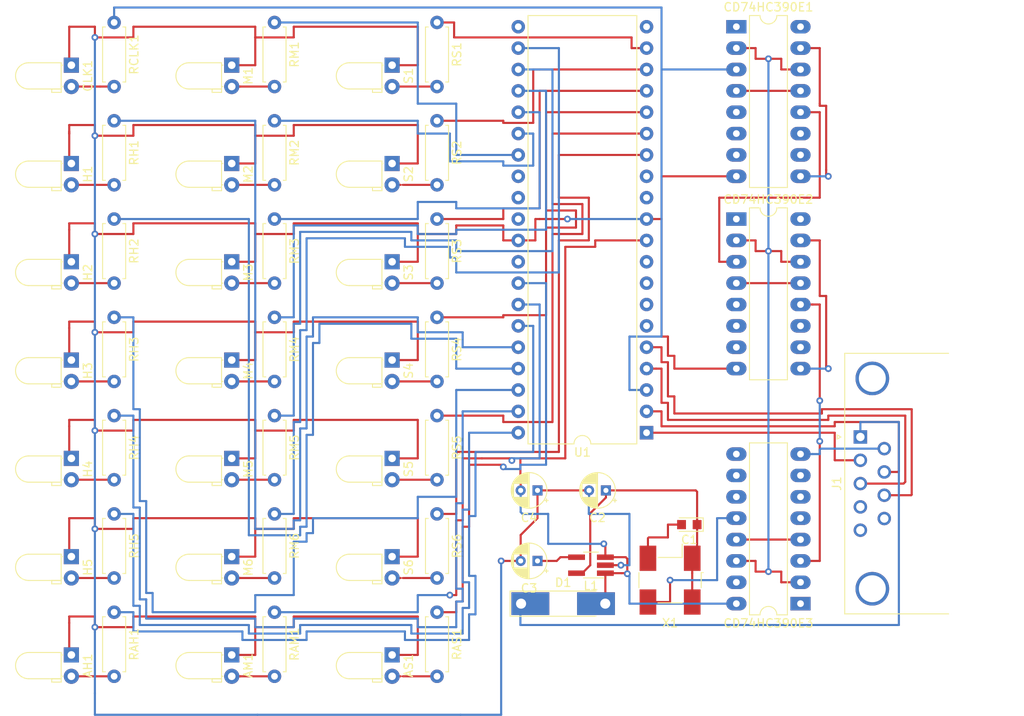
<source format=kicad_pcb>
(kicad_pcb (version 20190907) (host pcbnew "5.99.0-unknown")
  (title_block (title "Binary Clock") (date "2020-01-23") (rev "1.0") (company "CDCMicroTech") (comment 1 "Designed by Samuel Brown"))
  (layers (0 "F.Cu" signal) (31 "B.Cu" signal) (34 "B.Paste" user) (35 "F.Paste" user) (36 "B.SilkS" user) (37 "F.SilkS" user) (38 "B.Mask" user) (39 "F.Mask" user) (44 "Edge.Cuts" user))
  (net 0 "")
  (net 1 "Net-(RH5-Pad1)")
  (net 2 "Net-(U1-Pad20)")
  (net 3 "Net-(RH4-Pad1)")
  (net 4 "Net-(RS1-Pad1)")
  (net 5 "Net-(RH3-Pad1)")
  (net 6 "Net-(RS2-Pad1)")
  (net 7 "Net-(RH2-Pad1)")
  (net 8 "Net-(RS3-Pad1)")
  (net 9 "Net-(RH1-Pad1)")
  (net 10 "Net-(RS4-Pad1)")
  (net 11 "Net-(RAH1-Pad1)")
  (net 12 "Net-(RS5-Pad1)")
  (net 13 "Net-(RAM1-Pad1)")
  (net 14 "Net-(RS6-Pad1)")
  (net 15 "Net-(RAS1-Pad1)")
  (net 16 "Net-(U1-Pad13)")
  (net 17 "Net-(U1-Pad32)")
  (net 18 "Net-(U1-Pad12)")
  (net 19 "/GND_(0V)")
  (net 20 "Net-(U1-Pad30)")
  (net 21 "Net-(C4-Pad2)")
  (net 22 "Net-(U1-Pad29)")
  (net 23 "Net-(U1-Pad9)")
  (net 24 "Net-(U1-Pad28)")
  (net 25 "Net-(U1-Pad8)")
  (net 26 "Net-(RM1-Pad1)")
  (net 27 "Net-(U1-Pad7)")
  (net 28 "Net-(RM2-Pad1)")
  (net 29 "Net-(CD74HC390E1-Pad14)")
  (net 30 "Net-(RM3-Pad1)")
  (net 31 "Net-(J1-Pad8)")
  (net 32 "Net-(RM4-Pad1)")
  (net 33 "/DOWN")
  (net 34 "Net-(RM5-Pad1)")
  (net 35 "Net-(CD74HC390E1-Pad3)")
  (net 36 "Net-(RM6-Pad1)")
  (net 37 "/ADJ_SELECT")
  (net 38 "Net-(U1-Pad21)")
  (net 39 "/UP")
  (net 40 "Net-(C1-Pad1)")
  (net 41 "Net-(CD74HC390E3-Pad12)")
  (net 42 "Net-(C1-Pad2)")
  (net 43 "Net-(H1-Pad2)")
  (net 44 "Net-(H2-Pad2)")
  (net 45 "Net-(H3-Pad2)")
  (net 46 "Net-(H4-Pad2)")
  (net 47 "Net-(H5-Pad2)")
  (net 48 "Net-(M1-Pad2)")
  (net 49 "Net-(M2-Pad2)")
  (net 50 "Net-(M3-Pad2)")
  (net 51 "Net-(M4-Pad2)")
  (net 52 "Net-(M5-Pad2)")
  (net 53 "Net-(M6-Pad2)")
  (net 54 "Net-(AH1-Pad2)")
  (net 55 "Net-(RS1-Pad2)")
  (net 56 "Net-(RS2-Pad2)")
  (net 57 "Net-(RS3-Pad2)")
  (net 58 "Net-(RS4-Pad2)")
  (net 59 "Net-(RS5-Pad2)")
  (net 60 "Net-(RS6-Pad2)")
  (net 61 "Net-(CD74HC390E1-Pad15)")
  (net 62 "Net-(CD74HC390E1-Pad1)")
  (net 63 "Net-(CD74HC390E1-Pad6)")
  (net 64 "Net-(CD74HC390E1-Pad13)")
  (net 65 "Net-(CD74HC390E1-Pad5)")
  (net 66 "Net-(CD74HC390E1-Pad12)")
  (net 67 "Net-(CD74HC390E1-Pad11)")
  (net 68 "Net-(CD74HC390E1-Pad10)")
  (net 69 "Net-(CD74HC390E2-Pad15)")
  (net 70 "Net-(CD74HC390E2-Pad1)")
  (net 71 "Net-(CD74HC390E2-Pad6)")
  (net 72 "Net-(CD74HC390E2-Pad13)")
  (net 73 "Net-(CD74HC390E2-Pad5)")
  (net 74 "Net-(CD74HC390E2-Pad12)")
  (net 75 "Net-(CD74HC390E2-Pad11)")
  (net 76 "Net-(CD74HC390E2-Pad10)")
  (net 77 "Net-(CD74HC390E3-Pad15)")
  (net 78 "Net-(CD74HC390E3-Pad1)")
  (net 79 "Net-(CD74HC390E3-Pad6)")
  (net 80 "Net-(CD74HC390E3-Pad13)")
  (net 81 "Net-(CD74HC390E3-Pad5)")
  (net 82 "Net-(CD74HC390E3-Pad11)")
  (net 83 "Net-(CD74HC390E3-Pad10)")
  (net 84 "Net-(J1-Pad9)")
  (net 85 "Net-(J1-Pad5)")
  (net 86 "Net-(J1-Pad4)")
  (net 87 "/+5V")
  (net 88 "Net-(C3-Pad1)")
  (net 89 "Net-(AM1-Pad2)")
  (net 90 "Net-(AS1-Pad2)")
  (net 91 "Net-(CLK1-Pad2)")
  (module "LED_THT:LED_D3.0mm_Horizontal_O1.27mm_Z2.0mm_Clear" (layer "F.Cu") (at 76.2 21.336 -90)
    (fp_text reference "CLK1" (at 1.27 -1.96 90) (layer "F.SilkS"))
    (fp_text value "LED")
    (pad "2" thru_hole circle (at 2.54 0 270) (size 1.8 1.8) (drill 0.9) (layers *.Cu *.Mask) (net 91 "Net-(CLK1-Pad2)"))
    (pad "1" thru_hole rect (at 0 0 270) (size 1.8 1.8) (drill 0.9) (layers *.Cu *.Mask) (net 19 "/GND_(0V)"))
  )
  (module "Resistor_THT:R_Axial_DIN0207_L6.3mm_D2.5mm_P7.62mm_Horizontal" (layer "F.Cu") (at 81.28 86.36 -90)
    (fp_text reference "RAH1" (at 3.81 -2.37 90) (layer "F.SilkS"))
    (fp_text value "R330")
    (pad "1" thru_hole circle (at 0 0 270) (size 1.6 1.6) (drill 0.8) (layers *.Cu *.Mask) (net 11 "Net-(RAH1-Pad1)"))
    (pad "2" thru_hole oval (at 7.62 0 270) (size 1.6 1.6) (drill 0.8) (layers *.Cu *.Mask) (net 54 "Net-(AH1-Pad2)"))
  )
  (module "LED_THT:LED_D3.0mm_Horizontal_O1.27mm_Z2.0mm_Clear" (layer "F.Cu") (at 76.2 91.44 -90)
    (fp_text reference "AH1" (at 1.27 -1.96 90) (layer "F.SilkS"))
    (fp_text value "LED")
    (pad "2" thru_hole circle (at 2.54 0 270) (size 1.8 1.8) (drill 0.9) (layers *.Cu *.Mask) (net 54 "Net-(AH1-Pad2)"))
    (pad "1" thru_hole rect (at 0 0 270) (size 1.8 1.8) (drill 0.9) (layers *.Cu *.Mask) (net 19 "/GND_(0V)"))
  )
  (module "LED_THT:LED_D3.0mm_Horizontal_O1.27mm_Z2.0mm_Clear" (layer "F.Cu") (at 95.25 91.44 -90)
    (fp_text reference "AM1" (at 1.27 -1.96 90) (layer "F.SilkS"))
    (fp_text value "LED")
    (pad "2" thru_hole circle (at 2.54 0 270) (size 1.8 1.8) (drill 0.9) (layers *.Cu *.Mask) (net 89 "Net-(AM1-Pad2)"))
    (pad "1" thru_hole rect (at 0 0 270) (size 1.8 1.8) (drill 0.9) (layers *.Cu *.Mask) (net 19 "/GND_(0V)"))
  )
  (module "LED_THT:LED_D3.0mm_Horizontal_O1.27mm_Z2.0mm_Clear" (layer "F.Cu") (at 114.3 91.44 -90)
    (fp_text reference "AS1" (at 1.27 -1.96 90) (layer "F.SilkS"))
    (fp_text value "LED")
    (pad "2" thru_hole circle (at 2.54 0 270) (size 1.8 1.8) (drill 0.9) (layers *.Cu *.Mask) (net 90 "Net-(AS1-Pad2)"))
    (pad "1" thru_hole rect (at 0 0 270) (size 1.8 1.8) (drill 0.9) (layers *.Cu *.Mask) (net 19 "/GND_(0V)"))
  )
  (module "LED_THT:LED_D3.0mm_Horizontal_O1.27mm_Z2.0mm_Clear" (layer "F.Cu") (at 95.25 21.336 -90)
    (fp_text reference "M1" (at 1.27 -1.96 90) (layer "F.SilkS"))
    (fp_text value "LED")
    (pad "2" thru_hole circle (at 2.54 0 270) (size 1.8 1.8) (drill 0.9) (layers *.Cu *.Mask) (net 48 "Net-(M1-Pad2)"))
    (pad "1" thru_hole rect (at 0 0 270) (size 1.8 1.8) (drill 0.9) (layers *.Cu *.Mask) (net 19 "/GND_(0V)"))
  )
  (module "LED_THT:LED_D3.0mm_Horizontal_O1.27mm_Z2.0mm_Clear" (layer "F.Cu") (at 95.25 33.02 -90)
    (fp_text reference "M2" (at 1.27 -1.96 90) (layer "F.SilkS"))
    (fp_text value "LED")
    (pad "2" thru_hole circle (at 2.54 0 270) (size 1.8 1.8) (drill 0.9) (layers *.Cu *.Mask) (net 49 "Net-(M2-Pad2)"))
    (pad "1" thru_hole rect (at 0 0 270) (size 1.8 1.8) (drill 0.9) (layers *.Cu *.Mask) (net 19 "/GND_(0V)"))
  )
  (module "LED_THT:LED_D3.0mm_Horizontal_O1.27mm_Z2.0mm_Clear" (layer "F.Cu") (at 95.25 44.704 -90)
    (fp_text reference "M3" (at 1.27 -1.96 90) (layer "F.SilkS"))
    (fp_text value "LED")
    (pad "2" thru_hole circle (at 2.54 0 270) (size 1.8 1.8) (drill 0.9) (layers *.Cu *.Mask) (net 50 "Net-(M3-Pad2)"))
    (pad "1" thru_hole rect (at 0 0 270) (size 1.8 1.8) (drill 0.9) (layers *.Cu *.Mask) (net 19 "/GND_(0V)"))
  )
  (module "LED_THT:LED_D3.0mm_Horizontal_O1.27mm_Z2.0mm_Clear" (layer "F.Cu") (at 95.25 56.388 -90)
    (fp_text reference "M4" (at 1.27 -1.96 90) (layer "F.SilkS"))
    (fp_text value "LED")
    (pad "1" thru_hole rect (at 0 0 270) (size 1.8 1.8) (drill 0.9) (layers *.Cu *.Mask) (net 19 "/GND_(0V)"))
    (pad "2" thru_hole circle (at 2.54 0 270) (size 1.8 1.8) (drill 0.9) (layers *.Cu *.Mask) (net 51 "Net-(M4-Pad2)"))
  )
  (module "LED_THT:LED_D3.0mm_Horizontal_O1.27mm_Z2.0mm_Clear" (layer "F.Cu") (at 95.25 68.072 -90)
    (fp_text reference "M5" (at 1.27 -1.96 90) (layer "F.SilkS"))
    (fp_text value "LED")
    (pad "2" thru_hole circle (at 2.54 0 270) (size 1.8 1.8) (drill 0.9) (layers *.Cu *.Mask) (net 52 "Net-(M5-Pad2)"))
    (pad "1" thru_hole rect (at 0 0 270) (size 1.8 1.8) (drill 0.9) (layers *.Cu *.Mask) (net 19 "/GND_(0V)"))
  )
  (module "LED_THT:LED_D3.0mm_Horizontal_O1.27mm_Z2.0mm_Clear" (layer "F.Cu") (at 95.25 79.756 -90)
    (fp_text reference "M6" (at 1.27 -1.96 90) (layer "F.SilkS"))
    (fp_text value "LED")
    (pad "2" thru_hole circle (at 2.54 0 270) (size 1.8 1.8) (drill 0.9) (layers *.Cu *.Mask) (net 53 "Net-(M6-Pad2)"))
    (pad "1" thru_hole rect (at 0 0 270) (size 1.8 1.8) (drill 0.9) (layers *.Cu *.Mask) (net 19 "/GND_(0V)"))
  )
  (module "Resistor_THT:R_Axial_DIN0207_L6.3mm_D2.5mm_P7.62mm_Horizontal" (layer "F.Cu") (at 100.33 86.36 -90)
    (fp_text reference "RAM1" (at 3.81 -2.37 90) (layer "F.SilkS"))
    (fp_text value "R330")
    (pad "1" thru_hole circle (at 0 0 270) (size 1.6 1.6) (drill 0.8) (layers *.Cu *.Mask) (net 13 "Net-(RAM1-Pad1)"))
    (pad "2" thru_hole oval (at 7.62 0 270) (size 1.6 1.6) (drill 0.8) (layers *.Cu *.Mask) (net 89 "Net-(AM1-Pad2)"))
  )
  (module "Resistor_THT:R_Axial_DIN0207_L6.3mm_D2.5mm_P7.62mm_Horizontal" (layer "F.Cu") (at 119.634 86.36 -90)
    (fp_text reference "RAS1" (at 3.81 -2.37 90) (layer "F.SilkS"))
    (fp_text value "R330")
    (pad "1" thru_hole circle (at 0 0 270) (size 1.6 1.6) (drill 0.8) (layers *.Cu *.Mask) (net 15 "Net-(RAS1-Pad1)"))
    (pad "2" thru_hole oval (at 7.62 0 270) (size 1.6 1.6) (drill 0.8) (layers *.Cu *.Mask) (net 90 "Net-(AS1-Pad2)"))
  )
  (module "Resistor_THT:R_Axial_DIN0207_L6.3mm_D2.5mm_P7.62mm_Horizontal" (layer "F.Cu") (at 81.28 16.256 -90)
    (fp_text reference "RCLK1" (at 3.81 -2.37 90) (layer "F.SilkS"))
    (fp_text value "R330")
    (pad "1" thru_hole circle (at 0 0 270) (size 1.6 1.6) (drill 0.8) (layers *.Cu *.Mask) (net 35 "Net-(CD74HC390E1-Pad3)"))
    (pad "2" thru_hole oval (at 7.62 0 270) (size 1.6 1.6) (drill 0.8) (layers *.Cu *.Mask) (net 91 "Net-(CLK1-Pad2)"))
  )
  (module "Resistor_THT:R_Axial_DIN0207_L6.3mm_D2.5mm_P7.62mm_Horizontal" (layer "F.Cu") (at 81.28 27.94 -90)
    (fp_text reference "RH1" (at 3.81 -2.37 90) (layer "F.SilkS"))
    (fp_text value "R330")
    (pad "1" thru_hole circle (at 0 0 270) (size 1.6 1.6) (drill 0.8) (layers *.Cu *.Mask) (net 9 "Net-(RH1-Pad1)"))
    (pad "2" thru_hole oval (at 7.62 0 270) (size 1.6 1.6) (drill 0.8) (layers *.Cu *.Mask) (net 43 "Net-(H1-Pad2)"))
  )
  (module "Resistor_THT:R_Axial_DIN0207_L6.3mm_D2.5mm_P7.62mm_Horizontal" (layer "F.Cu") (at 81.28 39.624 -90)
    (fp_text reference "RH2" (at 3.81 -2.37 90) (layer "F.SilkS"))
    (fp_text value "R330")
    (pad "1" thru_hole circle (at 0 0 270) (size 1.6 1.6) (drill 0.8) (layers *.Cu *.Mask) (net 7 "Net-(RH2-Pad1)"))
    (pad "2" thru_hole oval (at 7.62 0 270) (size 1.6 1.6) (drill 0.8) (layers *.Cu *.Mask) (net 44 "Net-(H2-Pad2)"))
  )
  (module "Resistor_THT:R_Axial_DIN0207_L6.3mm_D2.5mm_P7.62mm_Horizontal" (layer "F.Cu") (at 81.28 51.308 -90)
    (fp_text reference "RH3" (at 3.81 -2.37 90) (layer "F.SilkS"))
    (fp_text value "R330")
    (pad "1" thru_hole circle (at 0 0 270) (size 1.6 1.6) (drill 0.8) (layers *.Cu *.Mask) (net 5 "Net-(RH3-Pad1)"))
    (pad "2" thru_hole oval (at 7.62 0 270) (size 1.6 1.6) (drill 0.8) (layers *.Cu *.Mask) (net 45 "Net-(H3-Pad2)"))
  )
  (module "Resistor_THT:R_Axial_DIN0207_L6.3mm_D2.5mm_P7.62mm_Horizontal" (layer "F.Cu") (at 81.28 62.992 -90)
    (fp_text reference "RH4" (at 3.81 -2.37 90) (layer "F.SilkS"))
    (fp_text value "R330")
    (pad "1" thru_hole circle (at 0 0 270) (size 1.6 1.6) (drill 0.8) (layers *.Cu *.Mask) (net 3 "Net-(RH4-Pad1)"))
    (pad "2" thru_hole oval (at 7.62 0 270) (size 1.6 1.6) (drill 0.8) (layers *.Cu *.Mask) (net 46 "Net-(H4-Pad2)"))
  )
  (module "Resistor_THT:R_Axial_DIN0207_L6.3mm_D2.5mm_P7.62mm_Horizontal" (layer "F.Cu") (at 81.28 74.676 -90)
    (fp_text reference "RH5" (at 3.81 -2.37 90) (layer "F.SilkS"))
    (fp_text value "R330")
    (pad "1" thru_hole circle (at 0 0 270) (size 1.6 1.6) (drill 0.8) (layers *.Cu *.Mask) (net 1 "Net-(RH5-Pad1)"))
    (pad "2" thru_hole oval (at 7.62 0 270) (size 1.6 1.6) (drill 0.8) (layers *.Cu *.Mask) (net 47 "Net-(H5-Pad2)"))
  )
  (module "Resistor_THT:R_Axial_DIN0207_L6.3mm_D2.5mm_P7.62mm_Horizontal" (layer "F.Cu") (at 100.33 16.256 -90)
    (fp_text reference "RM1" (at 3.81 -2.37 90) (layer "F.SilkS"))
    (fp_text value "R330")
    (pad "1" thru_hole circle (at 0 0 270) (size 1.6 1.6) (drill 0.8) (layers *.Cu *.Mask) (net 26 "Net-(RM1-Pad1)"))
    (pad "2" thru_hole oval (at 7.62 0 270) (size 1.6 1.6) (drill 0.8) (layers *.Cu *.Mask) (net 48 "Net-(M1-Pad2)"))
  )
  (module "Resistor_THT:R_Axial_DIN0207_L6.3mm_D2.5mm_P7.62mm_Horizontal" (layer "F.Cu") (at 100.33 27.94 -90)
    (fp_text reference "RM2" (at 3.81 -2.37 90) (layer "F.SilkS"))
    (fp_text value "R330")
    (pad "1" thru_hole circle (at 0 0 270) (size 1.6 1.6) (drill 0.8) (layers *.Cu *.Mask) (net 28 "Net-(RM2-Pad1)"))
    (pad "2" thru_hole oval (at 7.62 0 270) (size 1.6 1.6) (drill 0.8) (layers *.Cu *.Mask) (net 49 "Net-(M2-Pad2)"))
  )
  (module "Resistor_THT:R_Axial_DIN0207_L6.3mm_D2.5mm_P7.62mm_Horizontal" (layer "F.Cu") (at 100.33 39.624 -90)
    (fp_text reference "RM3" (at 3.81 -2.37 90) (layer "F.SilkS"))
    (fp_text value "R330")
    (pad "1" thru_hole circle (at 0 0 270) (size 1.6 1.6) (drill 0.8) (layers *.Cu *.Mask) (net 30 "Net-(RM3-Pad1)"))
    (pad "2" thru_hole oval (at 7.62 0 270) (size 1.6 1.6) (drill 0.8) (layers *.Cu *.Mask) (net 50 "Net-(M3-Pad2)"))
  )
  (module "Resistor_THT:R_Axial_DIN0207_L6.3mm_D2.5mm_P7.62mm_Horizontal" (layer "F.Cu") (at 100.33 51.308 -90)
    (fp_text reference "RM4" (at 3.81 -2.37 90) (layer "F.SilkS"))
    (fp_text value "R330")
    (pad "1" thru_hole circle (at 0 0 270) (size 1.6 1.6) (drill 0.8) (layers *.Cu *.Mask) (net 32 "Net-(RM4-Pad1)"))
    (pad "2" thru_hole oval (at 7.62 0 270) (size 1.6 1.6) (drill 0.8) (layers *.Cu *.Mask) (net 51 "Net-(M4-Pad2)"))
  )
  (module "Resistor_THT:R_Axial_DIN0207_L6.3mm_D2.5mm_P7.62mm_Horizontal" (layer "F.Cu") (at 100.33 62.992 -90)
    (fp_text reference "RM5" (at 3.81 -2.37 90) (layer "F.SilkS"))
    (fp_text value "R330")
    (pad "1" thru_hole circle (at 0 0 270) (size 1.6 1.6) (drill 0.8) (layers *.Cu *.Mask) (net 34 "Net-(RM5-Pad1)"))
    (pad "2" thru_hole oval (at 7.62 0 270) (size 1.6 1.6) (drill 0.8) (layers *.Cu *.Mask) (net 52 "Net-(M5-Pad2)"))
  )
  (module "Resistor_THT:R_Axial_DIN0207_L6.3mm_D2.5mm_P7.62mm_Horizontal" (layer "F.Cu") (at 100.33 74.676 -90)
    (fp_text reference "RM6" (at 3.81 -2.37 90) (layer "F.SilkS"))
    (fp_text value "R330")
    (pad "1" thru_hole circle (at 0 0 270) (size 1.6 1.6) (drill 0.8) (layers *.Cu *.Mask) (net 36 "Net-(RM6-Pad1)"))
    (pad "2" thru_hole oval (at 7.62 0 270) (size 1.6 1.6) (drill 0.8) (layers *.Cu *.Mask) (net 53 "Net-(M6-Pad2)"))
  )
  (module "Resistor_THT:R_Axial_DIN0207_L6.3mm_D2.5mm_P7.62mm_Horizontal" (layer "F.Cu") (at 119.634 16.256 -90)
    (fp_text reference "RS1" (at 3.81 -2.37 90) (layer "F.SilkS"))
    (fp_text value "R330")
    (pad "1" thru_hole circle (at 0 0 270) (size 1.6 1.6) (drill 0.8) (layers *.Cu *.Mask) (net 4 "Net-(RS1-Pad1)"))
    (pad "2" thru_hole oval (at 7.62 0 270) (size 1.6 1.6) (drill 0.8) (layers *.Cu *.Mask) (net 55 "Net-(RS1-Pad2)"))
  )
  (module "Resistor_THT:R_Axial_DIN0207_L6.3mm_D2.5mm_P7.62mm_Horizontal" (layer "F.Cu") (at 119.634 27.94 -90)
    (fp_text reference "RS2" (at 3.81 -2.37 90) (layer "F.SilkS"))
    (fp_text value "R330")
    (pad "1" thru_hole circle (at 0 0 270) (size 1.6 1.6) (drill 0.8) (layers *.Cu *.Mask) (net 6 "Net-(RS2-Pad1)"))
    (pad "2" thru_hole oval (at 7.62 0 270) (size 1.6 1.6) (drill 0.8) (layers *.Cu *.Mask) (net 56 "Net-(RS2-Pad2)"))
  )
  (module "Resistor_THT:R_Axial_DIN0207_L6.3mm_D2.5mm_P7.62mm_Horizontal" (layer "F.Cu") (at 119.634 39.624 -90)
    (fp_text reference "RS3" (at 3.81 -2.37 90) (layer "F.SilkS"))
    (fp_text value "R330")
    (pad "1" thru_hole circle (at 0 0 270) (size 1.6 1.6) (drill 0.8) (layers *.Cu *.Mask) (net 8 "Net-(RS3-Pad1)"))
    (pad "2" thru_hole oval (at 7.62 0 270) (size 1.6 1.6) (drill 0.8) (layers *.Cu *.Mask) (net 57 "Net-(RS3-Pad2)"))
  )
  (module "Resistor_THT:R_Axial_DIN0207_L6.3mm_D2.5mm_P7.62mm_Horizontal" (layer "F.Cu") (at 119.634 51.308 -90)
    (fp_text reference "RS4" (at 3.81 -2.37 90) (layer "F.SilkS"))
    (fp_text value "R330")
    (pad "1" thru_hole circle (at 0 0 270) (size 1.6 1.6) (drill 0.8) (layers *.Cu *.Mask) (net 10 "Net-(RS4-Pad1)"))
    (pad "2" thru_hole oval (at 7.62 0 270) (size 1.6 1.6) (drill 0.8) (layers *.Cu *.Mask) (net 58 "Net-(RS4-Pad2)"))
  )
  (module "Resistor_THT:R_Axial_DIN0207_L6.3mm_D2.5mm_P7.62mm_Horizontal" (layer "F.Cu") (at 119.634 62.992 -90)
    (fp_text reference "RS5" (at 3.81 -2.37 90) (layer "F.SilkS"))
    (fp_text value "R330")
    (pad "1" thru_hole circle (at 0 0 270) (size 1.6 1.6) (drill 0.8) (layers *.Cu *.Mask) (net 12 "Net-(RS5-Pad1)"))
    (pad "2" thru_hole oval (at 7.62 0 270) (size 1.6 1.6) (drill 0.8) (layers *.Cu *.Mask) (net 59 "Net-(RS5-Pad2)"))
  )
  (module "Resistor_THT:R_Axial_DIN0207_L6.3mm_D2.5mm_P7.62mm_Horizontal" (layer "F.Cu") (at 119.634 74.676 -90)
    (fp_text reference "RS6" (at 3.81 -2.37 90) (layer "F.SilkS"))
    (fp_text value "R330")
    (pad "1" thru_hole circle (at 0 0 270) (size 1.6 1.6) (drill 0.8) (layers *.Cu *.Mask) (net 14 "Net-(RS6-Pad1)"))
    (pad "2" thru_hole oval (at 7.62 0 270) (size 1.6 1.6) (drill 0.8) (layers *.Cu *.Mask) (net 60 "Net-(RS6-Pad2)"))
  )
  (module "LED_THT:LED_D3.0mm_Horizontal_O1.27mm_Z2.0mm_Clear" (layer "F.Cu") (at 114.3 21.336 -90)
    (fp_text reference "S1" (at 1.27 -1.96 90) (layer "F.SilkS"))
    (fp_text value "LED")
    (pad "2" thru_hole circle (at 2.54 0 270) (size 1.8 1.8) (drill 0.9) (layers *.Cu *.Mask) (net 55 "Net-(RS1-Pad2)"))
    (pad "1" thru_hole rect (at 0 0 270) (size 1.8 1.8) (drill 0.9) (layers *.Cu *.Mask) (net 19 "/GND_(0V)"))
  )
  (module "LED_THT:LED_D3.0mm_Horizontal_O1.27mm_Z2.0mm_Clear" (layer "F.Cu") (at 114.3 33.02 -90)
    (fp_text reference "S2" (at 1.27 -1.96 90) (layer "F.SilkS"))
    (fp_text value "LED")
    (pad "2" thru_hole circle (at 2.54 0 270) (size 1.8 1.8) (drill 0.9) (layers *.Cu *.Mask) (net 56 "Net-(RS2-Pad2)"))
    (pad "1" thru_hole rect (at 0 0 270) (size 1.8 1.8) (drill 0.9) (layers *.Cu *.Mask) (net 19 "/GND_(0V)"))
  )
  (module "LED_THT:LED_D3.0mm_Horizontal_O1.27mm_Z2.0mm_Clear" (layer "F.Cu") (at 114.3 44.704 -90)
    (fp_text reference "S3" (at 1.27 -1.96 90) (layer "F.SilkS"))
    (fp_text value "LED")
    (pad "2" thru_hole circle (at 2.54 0 270) (size 1.8 1.8) (drill 0.9) (layers *.Cu *.Mask) (net 57 "Net-(RS3-Pad2)"))
    (pad "1" thru_hole rect (at 0 0 270) (size 1.8 1.8) (drill 0.9) (layers *.Cu *.Mask) (net 19 "/GND_(0V)"))
  )
  (module "LED_THT:LED_D3.0mm_Horizontal_O1.27mm_Z2.0mm_Clear" (layer "F.Cu") (at 114.3 56.388 -90)
    (fp_text reference "S4" (at 1.27 -1.96 90) (layer "F.SilkS"))
    (fp_text value "LED")
    (pad "2" thru_hole circle (at 2.54 0 270) (size 1.8 1.8) (drill 0.9) (layers *.Cu *.Mask) (net 58 "Net-(RS4-Pad2)"))
    (pad "1" thru_hole rect (at 0 0 270) (size 1.8 1.8) (drill 0.9) (layers *.Cu *.Mask) (net 19 "/GND_(0V)"))
  )
  (module "LED_THT:LED_D3.0mm_Horizontal_O1.27mm_Z2.0mm_Clear" (layer "F.Cu") (at 114.3 68.072 -90)
    (fp_text reference "S5" (at 1.27 -1.96 90) (layer "F.SilkS"))
    (fp_text value "LED")
    (pad "2" thru_hole circle (at 2.54 0 270) (size 1.8 1.8) (drill 0.9) (layers *.Cu *.Mask) (net 59 "Net-(RS5-Pad2)"))
    (pad "1" thru_hole rect (at 0 0 270) (size 1.8 1.8) (drill 0.9) (layers *.Cu *.Mask) (net 19 "/GND_(0V)"))
  )
  (module "LED_THT:LED_D3.0mm_Horizontal_O1.27mm_Z2.0mm_Clear" (layer "F.Cu") (at 114.3 79.756 -90)
    (fp_text reference "S6" (at 1.27 -1.96 90) (layer "F.SilkS"))
    (fp_text value "LED")
    (pad "2" thru_hole circle (at 2.54 0 270) (size 1.8 1.8) (drill 0.9) (layers *.Cu *.Mask) (net 60 "Net-(RS6-Pad2)"))
    (pad "1" thru_hole rect (at 0 0 270) (size 1.8 1.8) (drill 0.9) (layers *.Cu *.Mask) (net 19 "/GND_(0V)"))
  )
  (module "LED_THT:LED_D3.0mm_Horizontal_O1.27mm_Z2.0mm_Clear" (layer "F.Cu") (at 76.2 33.02 -90)
    (fp_text reference "H1" (at 1.27 -1.96 90) (layer "F.SilkS"))
    (fp_text value "LED")
    (pad "2" thru_hole circle (at 2.54 0 270) (size 1.8 1.8) (drill 0.9) (layers *.Cu *.Mask) (net 43 "Net-(H1-Pad2)"))
    (pad "1" thru_hole rect (at 0 0 270) (size 1.8 1.8) (drill 0.9) (layers *.Cu *.Mask) (net 19 "/GND_(0V)"))
  )
  (module "LED_THT:LED_D3.0mm_Horizontal_O1.27mm_Z2.0mm_Clear" (layer "F.Cu") (at 76.2 44.704 -90)
    (fp_text reference "H2" (at 1.27 -1.96 90) (layer "F.SilkS"))
    (fp_text value "LED")
    (pad "2" thru_hole circle (at 2.54 0 270) (size 1.8 1.8) (drill 0.9) (layers *.Cu *.Mask) (net 44 "Net-(H2-Pad2)"))
    (pad "1" thru_hole rect (at 0 0 270) (size 1.8 1.8) (drill 0.9) (layers *.Cu *.Mask) (net 19 "/GND_(0V)"))
  )
  (module "LED_THT:LED_D3.0mm_Horizontal_O1.27mm_Z2.0mm_Clear" (layer "F.Cu") (at 76.2 56.388 -90)
    (fp_text reference "H3" (at 1.27 -1.96 90) (layer "F.SilkS"))
    (fp_text value "LED")
    (pad "2" thru_hole circle (at 2.54 0 270) (size 1.8 1.8) (drill 0.9) (layers *.Cu *.Mask) (net 45 "Net-(H3-Pad2)"))
    (pad "1" thru_hole rect (at 0 0 270) (size 1.8 1.8) (drill 0.9) (layers *.Cu *.Mask) (net 19 "/GND_(0V)"))
  )
  (module "LED_THT:LED_D3.0mm_Horizontal_O1.27mm_Z2.0mm_Clear" (layer "F.Cu") (at 76.2 68.072 -90)
    (fp_text reference "H4" (at 1.27 -1.96 90) (layer "F.SilkS"))
    (fp_text value "LED")
    (pad "2" thru_hole circle (at 2.54 0 270) (size 1.8 1.8) (drill 0.9) (layers *.Cu *.Mask) (net 46 "Net-(H4-Pad2)"))
    (pad "1" thru_hole rect (at 0 0 270) (size 1.8 1.8) (drill 0.9) (layers *.Cu *.Mask) (net 19 "/GND_(0V)"))
  )
  (module "LED_THT:LED_D3.0mm_Horizontal_O1.27mm_Z2.0mm_Clear" (layer "F.Cu") (at 76.2 79.756 -90)
    (fp_text reference "H5" (at 1.27 -1.96 90) (layer "F.SilkS"))
    (fp_text value "LED")
    (pad "2" thru_hole circle (at 2.54 0 270) (size 1.8 1.8) (drill 0.9) (layers *.Cu *.Mask) (net 47 "Net-(H5-Pad2)"))
    (pad "1" thru_hole rect (at 0 0 270) (size 1.8 1.8) (drill 0.9) (layers *.Cu *.Mask) (net 19 "/GND_(0V)"))
  )
  (module "Package_DIP:DIP-40_W15.24mm" (layer "F.Cu") (at 144.526 65.024 180)
    (fp_text reference "U1" (at 7.62 -2.33) (layer "F.SilkS"))
    (fp_text value "ATmega16A-PU")
    (pad "40" thru_hole oval (at 15.24 0 180) (size 1.6 1.6) (drill 0.8) (layers *.Cu *.Mask) (net 1 "Net-(RH5-Pad1)"))
    (pad "20" thru_hole oval (at 0 48.26 180) (size 1.6 1.6) (drill 0.8) (layers *.Cu *.Mask) (net 2 "Net-(U1-Pad20)"))
    (pad "39" thru_hole oval (at 15.24 2.54 180) (size 1.6 1.6) (drill 0.8) (layers *.Cu *.Mask) (net 3 "Net-(RH4-Pad1)"))
    (pad "19" thru_hole oval (at 0 45.72 180) (size 1.6 1.6) (drill 0.8) (layers *.Cu *.Mask) (net 4 "Net-(RS1-Pad1)"))
    (pad "38" thru_hole oval (at 15.24 5.08 180) (size 1.6 1.6) (drill 0.8) (layers *.Cu *.Mask) (net 5 "Net-(RH3-Pad1)"))
    (pad "18" thru_hole oval (at 0 43.18 180) (size 1.6 1.6) (drill 0.8) (layers *.Cu *.Mask) (net 6 "Net-(RS2-Pad1)"))
    (pad "37" thru_hole oval (at 15.24 7.62 180) (size 1.6 1.6) (drill 0.8) (layers *.Cu *.Mask) (net 7 "Net-(RH2-Pad1)"))
    (pad "17" thru_hole oval (at 0 40.64 180) (size 1.6 1.6) (drill 0.8) (layers *.Cu *.Mask) (net 8 "Net-(RS3-Pad1)"))
    (pad "36" thru_hole oval (at 15.24 10.16 180) (size 1.6 1.6) (drill 0.8) (layers *.Cu *.Mask) (net 9 "Net-(RH1-Pad1)"))
    (pad "16" thru_hole oval (at 0 38.1 180) (size 1.6 1.6) (drill 0.8) (layers *.Cu *.Mask) (net 10 "Net-(RS4-Pad1)"))
    (pad "35" thru_hole oval (at 15.24 12.7 180) (size 1.6 1.6) (drill 0.8) (layers *.Cu *.Mask) (net 11 "Net-(RAH1-Pad1)"))
    (pad "15" thru_hole oval (at 0 35.56 180) (size 1.6 1.6) (drill 0.8) (layers *.Cu *.Mask) (net 12 "Net-(RS5-Pad1)"))
    (pad "34" thru_hole oval (at 15.24 15.24 180) (size 1.6 1.6) (drill 0.8) (layers *.Cu *.Mask) (net 13 "Net-(RAM1-Pad1)"))
    (pad "14" thru_hole oval (at 0 33.02 180) (size 1.6 1.6) (drill 0.8) (layers *.Cu *.Mask) (net 14 "Net-(RS6-Pad1)"))
    (pad "33" thru_hole oval (at 15.24 17.78 180) (size 1.6 1.6) (drill 0.8) (layers *.Cu *.Mask) (net 15 "Net-(RAS1-Pad1)"))
    (pad "13" thru_hole oval (at 0 30.48 180) (size 1.6 1.6) (drill 0.8) (layers *.Cu *.Mask) (net 16 "Net-(U1-Pad13)"))
    (pad "32" thru_hole oval (at 15.24 20.32 180) (size 1.6 1.6) (drill 0.8) (layers *.Cu *.Mask) (net 17 "Net-(U1-Pad32)"))
    (pad "12" thru_hole oval (at 0 27.94 180) (size 1.6 1.6) (drill 0.8) (layers *.Cu *.Mask) (net 18 "Net-(U1-Pad12)"))
    (pad "31" thru_hole oval (at 15.24 22.86 180) (size 1.6 1.6) (drill 0.8) (layers *.Cu *.Mask) (net 19 "/GND_(0V)"))
    (pad "11" thru_hole oval (at 0 25.4 180) (size 1.6 1.6) (drill 0.8) (layers *.Cu *.Mask) (net 19 "/GND_(0V)"))
    (pad "30" thru_hole oval (at 15.24 25.4 180) (size 1.6 1.6) (drill 0.8) (layers *.Cu *.Mask) (net 20 "Net-(U1-Pad30)"))
    (pad "10" thru_hole oval (at 0 22.86 180) (size 1.6 1.6) (drill 0.8) (layers *.Cu *.Mask) (net 21 "Net-(C4-Pad2)"))
    (pad "29" thru_hole oval (at 15.24 27.94 180) (size 1.6 1.6) (drill 0.8) (layers *.Cu *.Mask) (net 22 "Net-(U1-Pad29)"))
    (pad "9" thru_hole oval (at 0 20.32 180) (size 1.6 1.6) (drill 0.8) (layers *.Cu *.Mask) (net 23 "Net-(U1-Pad9)"))
    (pad "28" thru_hole oval (at 15.24 30.48 180) (size 1.6 1.6) (drill 0.8) (layers *.Cu *.Mask) (net 24 "Net-(U1-Pad28)"))
    (pad "8" thru_hole oval (at 0 17.78 180) (size 1.6 1.6) (drill 0.8) (layers *.Cu *.Mask) (net 25 "Net-(U1-Pad8)"))
    (pad "27" thru_hole oval (at 15.24 33.02 180) (size 1.6 1.6) (drill 0.8) (layers *.Cu *.Mask) (net 26 "Net-(RM1-Pad1)"))
    (pad "7" thru_hole oval (at 0 15.24 180) (size 1.6 1.6) (drill 0.8) (layers *.Cu *.Mask) (net 27 "Net-(U1-Pad7)"))
    (pad "26" thru_hole oval (at 15.24 35.56 180) (size 1.6 1.6) (drill 0.8) (layers *.Cu *.Mask) (net 28 "Net-(RM2-Pad1)"))
    (pad "6" thru_hole oval (at 0 12.7 180) (size 1.6 1.6) (drill 0.8) (layers *.Cu *.Mask) (net 29 "Net-(CD74HC390E1-Pad14)"))
    (pad "25" thru_hole oval (at 15.24 38.1 180) (size 1.6 1.6) (drill 0.8) (layers *.Cu *.Mask) (net 30 "Net-(RM3-Pad1)"))
    (pad "5" thru_hole oval (at 0 10.16 180) (size 1.6 1.6) (drill 0.8) (layers *.Cu *.Mask) (net 31 "Net-(J1-Pad8)"))
    (pad "24" thru_hole oval (at 15.24 40.64 180) (size 1.6 1.6) (drill 0.8) (layers *.Cu *.Mask) (net 32 "Net-(RM4-Pad1)"))
    (pad "4" thru_hole oval (at 0 7.62 180) (size 1.6 1.6) (drill 0.8) (layers *.Cu *.Mask) (net 33 "/DOWN"))
    (pad "23" thru_hole oval (at 15.24 43.18 180) (size 1.6 1.6) (drill 0.8) (layers *.Cu *.Mask) (net 34 "Net-(RM5-Pad1)"))
    (pad "3" thru_hole oval (at 0 5.08 180) (size 1.6 1.6) (drill 0.8) (layers *.Cu *.Mask) (net 35 "Net-(CD74HC390E1-Pad3)"))
    (pad "22" thru_hole oval (at 15.24 45.72 180) (size 1.6 1.6) (drill 0.8) (layers *.Cu *.Mask) (net 36 "Net-(RM6-Pad1)"))
    (pad "2" thru_hole oval (at 0 2.54 180) (size 1.6 1.6) (drill 0.8) (layers *.Cu *.Mask) (net 37 "/ADJ_SELECT"))
    (pad "21" thru_hole oval (at 15.24 48.26 180) (size 1.6 1.6) (drill 0.8) (layers *.Cu *.Mask) (net 38 "Net-(U1-Pad21)"))
    (pad "1" thru_hole rect (at 0 0 180) (size 1.6 1.6) (drill 0.8) (layers *.Cu *.Mask) (net 39 "/UP"))
  )
  (module "Oscillator:Oscillator_SMD_SeikoEpson_SG8002CA-4Pin_7.0x5.0mm_HandSoldering" (layer "F.Cu") (at 147.32 82.55 180)
    (fp_text reference "X1" (at 0 -5.1) (layer "F.SilkS"))
    (fp_text value "SG-8002CA")
    (pad "4" smd rect (at -2.63 -2.6 180) (size 1.98 3) (layers "F.Cu" "F.Paste" "F.Mask") (net 40 "Net-(C1-Pad1)"))
    (pad "3" smd rect (at 2.63 -2.6 180) (size 1.98 3) (layers "F.Cu" "F.Paste" "F.Mask") (net 41 "Net-(CD74HC390E3-Pad12)"))
    (pad "2" smd rect (at 2.63 2.6 180) (size 1.98 3) (layers "F.Cu" "F.Paste" "F.Mask") (net 42 "Net-(C1-Pad2)"))
    (pad "1" smd rect (at -2.63 2.6 180) (size 1.98 3) (layers "F.Cu" "F.Paste" "F.Mask") (net 40 "Net-(C1-Pad1)"))
  )
  (module "Package_TO_SOT_SMD:TSOT-23-5_HandSoldering" (layer "F.Cu") (at 137.922 80.772 180)
    (fp_text reference "L1" (at 0 -2.45) (layer "F.SilkS"))
    (fp_text value "LDK130M32R")
    (pad "5" smd rect (at 1.71 -0.95 180) (size 2 0.65) (layers "F.Cu" "F.Paste" "F.Mask") (net 40 "Net-(C1-Pad1)"))
    (pad "4" smd rect (at 1.71 0.95 180) (size 2 0.65) (layers "F.Cu" "F.Paste" "F.Mask") (net 88 "Net-(C3-Pad1)"))
    (pad "3" smd rect (at -1.71 0.95 180) (size 2 0.65) (layers "F.Cu" "F.Paste" "F.Mask") (net 21 "Net-(C4-Pad2)"))
    (pad "2" smd rect (at -1.71 0 180) (size 2 0.65) (layers "F.Cu" "F.Paste" "F.Mask") (net 19 "/GND_(0V)"))
    (pad "1" smd rect (at -1.71 -0.95 180) (size 2 0.65) (layers "F.Cu" "F.Paste" "F.Mask") (net 21 "Net-(C4-Pad2)"))
  )
  (module "Connector_Dsub:DSUB-9_Female_Horizontal_P2.77x2.84mm_EdgePinOffset7.70mm_Housed_MountingHolesOffset9.12mm" (layer "F.Cu") (at 169.926 65.532 90)
    (fp_text reference "J1" (at -5.54 -2.8 90) (layer "F.SilkS"))
    (fp_text value "DB9_Male")
    (pad "0" thru_hole circle (at 6.96 1.42 90) (size 4 4) (drill 3.2) (layers *.Cu *.Mask))
    (pad "0" thru_hole circle (at -18.04 1.42 90) (size 4 4) (drill 3.2) (layers *.Cu *.Mask))
    (pad "9" thru_hole circle (at -9.695 2.84 90) (size 1.6 1.6) (drill 1) (layers *.Cu *.Mask) (net 84 "Net-(J1-Pad9)"))
    (pad "8" thru_hole circle (at -6.925 2.84 90) (size 1.6 1.6) (drill 1) (layers *.Cu *.Mask) (net 31 "Net-(J1-Pad8)"))
    (pad "7" thru_hole circle (at -4.155 2.84 90) (size 1.6 1.6) (drill 1) (layers *.Cu *.Mask) (net 37 "/ADJ_SELECT"))
    (pad "6" thru_hole circle (at -1.385 2.84 90) (size 1.6 1.6) (drill 1) (layers *.Cu *.Mask) (net 19 "/GND_(0V)"))
    (pad "5" thru_hole circle (at -11.08 0 90) (size 1.6 1.6) (drill 1) (layers *.Cu *.Mask) (net 85 "Net-(J1-Pad5)"))
    (pad "4" thru_hole circle (at -8.31 0 90) (size 1.6 1.6) (drill 1) (layers *.Cu *.Mask) (net 86 "Net-(J1-Pad4)"))
    (pad "3" thru_hole circle (at -5.54 0 90) (size 1.6 1.6) (drill 1) (layers *.Cu *.Mask) (net 33 "/DOWN"))
    (pad "2" thru_hole circle (at -2.77 0 90) (size 1.6 1.6) (drill 1) (layers *.Cu *.Mask) (net 39 "/UP"))
    (pad "1" thru_hole rect (at 0 0 90) (size 1.6 1.6) (drill 1) (layers *.Cu *.Mask) (net 87 "/+5V"))
  )
  (module "Diode_SMD:D_MELF-RM10_Universal_Handsoldering" (layer "F.Cu") (at 134.62 85.344)
    (fp_text reference "D1" (at 0 -2.5) (layer "F.SilkS"))
    (fp_text value "DIODE")
    (pad "2" thru_hole rect (at 5 0 180) (size 4.5 2.7) (drill 1.19888 (offset 1.1 0)) (layers *.Cu *.Mask) (net 21 "Net-(C4-Pad2)"))
    (pad "1" thru_hole rect (at -5 0) (size 4.5 2.7) (drill 1.19888 (offset 1.1 0)) (layers *.Cu *.Mask) (net 87 "/+5V"))
  )
  (module "Package_DIP:DIP-16_W7.62mm_LongPads" (layer "F.Cu") (at 162.814 85.344 180)
    (fp_text reference "CD74HC390E3" (at 3.81 -2.33) (layer "F.SilkS"))
    (fp_text value "CD74HC390E")
    (pad "16" thru_hole oval (at 7.62 0 180) (size 2.4 1.6) (drill 0.8) (layers *.Cu *.Mask) (net 21 "Net-(C4-Pad2)"))
    (pad "8" thru_hole oval (at 0 17.78 180) (size 2.4 1.6) (drill 0.8) (layers *.Cu *.Mask) (net 19 "/GND_(0V)"))
    (pad "15" thru_hole oval (at 7.62 2.54 180) (size 2.4 1.6) (drill 0.8) (layers *.Cu *.Mask) (net 77 "Net-(CD74HC390E3-Pad15)"))
    (pad "7" thru_hole oval (at 0 15.24 180) (size 2.4 1.6) (drill 0.8) (layers *.Cu *.Mask) (net 78 "Net-(CD74HC390E3-Pad1)"))
    (pad "14" thru_hole oval (at 7.62 5.08 180) (size 2.4 1.6) (drill 0.8) (layers *.Cu *.Mask) (net 29 "Net-(CD74HC390E1-Pad14)"))
    (pad "6" thru_hole oval (at 0 12.7 180) (size 2.4 1.6) (drill 0.8) (layers *.Cu *.Mask) (net 79 "Net-(CD74HC390E3-Pad6)"))
    (pad "13" thru_hole oval (at 7.62 7.62 180) (size 2.4 1.6) (drill 0.8) (layers *.Cu *.Mask) (net 80 "Net-(CD74HC390E3-Pad13)"))
    (pad "5" thru_hole oval (at 0 10.16 180) (size 2.4 1.6) (drill 0.8) (layers *.Cu *.Mask) (net 81 "Net-(CD74HC390E3-Pad5)"))
    (pad "12" thru_hole oval (at 7.62 10.16 180) (size 2.4 1.6) (drill 0.8) (layers *.Cu *.Mask) (net 41 "Net-(CD74HC390E3-Pad12)"))
    (pad "4" thru_hole oval (at 0 7.62 180) (size 2.4 1.6) (drill 0.8) (layers *.Cu *.Mask) (net 80 "Net-(CD74HC390E3-Pad13)"))
    (pad "11" thru_hole oval (at 7.62 12.7 180) (size 2.4 1.6) (drill 0.8) (layers *.Cu *.Mask) (net 82 "Net-(CD74HC390E3-Pad11)"))
    (pad "3" thru_hole oval (at 0 5.08 180) (size 2.4 1.6) (drill 0.8) (layers *.Cu *.Mask) (net 74 "Net-(CD74HC390E2-Pad12)"))
    (pad "10" thru_hole oval (at 7.62 15.24 180) (size 2.4 1.6) (drill 0.8) (layers *.Cu *.Mask) (net 83 "Net-(CD74HC390E3-Pad10)"))
    (pad "2" thru_hole oval (at 0 2.54 180) (size 2.4 1.6) (drill 0.8) (layers *.Cu *.Mask) (net 29 "Net-(CD74HC390E1-Pad14)"))
    (pad "9" thru_hole oval (at 7.62 17.78 180) (size 2.4 1.6) (drill 0.8) (layers *.Cu *.Mask) (net 77 "Net-(CD74HC390E3-Pad15)"))
    (pad "1" thru_hole rect (at 0 0 180) (size 2.4 1.6) (drill 0.8) (layers *.Cu *.Mask) (net 78 "Net-(CD74HC390E3-Pad1)"))
  )
  (module "Package_DIP:DIP-16_W7.62mm_LongPads" (layer "F.Cu") (at 155.194 39.624)
    (fp_text reference "CD74HC390E2" (at 3.81 -2.33) (layer "F.SilkS"))
    (fp_text value "CD74HC390E")
    (pad "16" thru_hole oval (at 7.62 0) (size 2.4 1.6) (drill 0.8) (layers *.Cu *.Mask) (net 21 "Net-(C4-Pad2)"))
    (pad "8" thru_hole oval (at 0 17.78) (size 2.4 1.6) (drill 0.8) (layers *.Cu *.Mask) (net 19 "/GND_(0V)"))
    (pad "15" thru_hole oval (at 7.62 2.54) (size 2.4 1.6) (drill 0.8) (layers *.Cu *.Mask) (net 69 "Net-(CD74HC390E2-Pad15)"))
    (pad "7" thru_hole oval (at 0 15.24) (size 2.4 1.6) (drill 0.8) (layers *.Cu *.Mask) (net 70 "Net-(CD74HC390E2-Pad1)"))
    (pad "14" thru_hole oval (at 7.62 5.08) (size 2.4 1.6) (drill 0.8) (layers *.Cu *.Mask) (net 29 "Net-(CD74HC390E1-Pad14)"))
    (pad "6" thru_hole oval (at 0 12.7) (size 2.4 1.6) (drill 0.8) (layers *.Cu *.Mask) (net 71 "Net-(CD74HC390E2-Pad6)"))
    (pad "13" thru_hole oval (at 7.62 7.62) (size 2.4 1.6) (drill 0.8) (layers *.Cu *.Mask) (net 72 "Net-(CD74HC390E2-Pad13)"))
    (pad "5" thru_hole oval (at 0 10.16) (size 2.4 1.6) (drill 0.8) (layers *.Cu *.Mask) (net 73 "Net-(CD74HC390E2-Pad5)"))
    (pad "12" thru_hole oval (at 7.62 10.16) (size 2.4 1.6) (drill 0.8) (layers *.Cu *.Mask) (net 74 "Net-(CD74HC390E2-Pad12)"))
    (pad "4" thru_hole oval (at 0 7.62) (size 2.4 1.6) (drill 0.8) (layers *.Cu *.Mask) (net 72 "Net-(CD74HC390E2-Pad13)"))
    (pad "11" thru_hole oval (at 7.62 12.7) (size 2.4 1.6) (drill 0.8) (layers *.Cu *.Mask) (net 75 "Net-(CD74HC390E2-Pad11)"))
    (pad "3" thru_hole oval (at 0 5.08) (size 2.4 1.6) (drill 0.8) (layers *.Cu *.Mask) (net 66 "Net-(CD74HC390E1-Pad12)"))
    (pad "10" thru_hole oval (at 7.62 15.24) (size 2.4 1.6) (drill 0.8) (layers *.Cu *.Mask) (net 76 "Net-(CD74HC390E2-Pad10)"))
    (pad "2" thru_hole oval (at 0 2.54) (size 2.4 1.6) (drill 0.8) (layers *.Cu *.Mask) (net 29 "Net-(CD74HC390E1-Pad14)"))
    (pad "9" thru_hole oval (at 7.62 17.78) (size 2.4 1.6) (drill 0.8) (layers *.Cu *.Mask) (net 69 "Net-(CD74HC390E2-Pad15)"))
    (pad "1" thru_hole rect (at 0 0) (size 2.4 1.6) (drill 0.8) (layers *.Cu *.Mask) (net 70 "Net-(CD74HC390E2-Pad1)"))
  )
  (module "Package_DIP:DIP-16_W7.62mm_LongPads" (layer "F.Cu") (at 155.194 16.764)
    (fp_text reference "CD74HC390E1" (at 3.81 -2.33) (layer "F.SilkS"))
    (fp_text value "CD74HC390E")
    (pad "16" thru_hole oval (at 7.62 0) (size 2.4 1.6) (drill 0.8) (layers *.Cu *.Mask) (net 21 "Net-(C4-Pad2)"))
    (pad "8" thru_hole oval (at 0 17.78) (size 2.4 1.6) (drill 0.8) (layers *.Cu *.Mask) (net 19 "/GND_(0V)"))
    (pad "15" thru_hole oval (at 7.62 2.54) (size 2.4 1.6) (drill 0.8) (layers *.Cu *.Mask) (net 61 "Net-(CD74HC390E1-Pad15)"))
    (pad "7" thru_hole oval (at 0 15.24) (size 2.4 1.6) (drill 0.8) (layers *.Cu *.Mask) (net 62 "Net-(CD74HC390E1-Pad1)"))
    (pad "14" thru_hole oval (at 7.62 5.08) (size 2.4 1.6) (drill 0.8) (layers *.Cu *.Mask) (net 29 "Net-(CD74HC390E1-Pad14)"))
    (pad "6" thru_hole oval (at 0 12.7) (size 2.4 1.6) (drill 0.8) (layers *.Cu *.Mask) (net 63 "Net-(CD74HC390E1-Pad6)"))
    (pad "13" thru_hole oval (at 7.62 7.62) (size 2.4 1.6) (drill 0.8) (layers *.Cu *.Mask) (net 64 "Net-(CD74HC390E1-Pad13)"))
    (pad "5" thru_hole oval (at 0 10.16) (size 2.4 1.6) (drill 0.8) (layers *.Cu *.Mask) (net 65 "Net-(CD74HC390E1-Pad5)"))
    (pad "12" thru_hole oval (at 7.62 10.16) (size 2.4 1.6) (drill 0.8) (layers *.Cu *.Mask) (net 66 "Net-(CD74HC390E1-Pad12)"))
    (pad "4" thru_hole oval (at 0 7.62) (size 2.4 1.6) (drill 0.8) (layers *.Cu *.Mask) (net 64 "Net-(CD74HC390E1-Pad13)"))
    (pad "11" thru_hole oval (at 7.62 12.7) (size 2.4 1.6) (drill 0.8) (layers *.Cu *.Mask) (net 67 "Net-(CD74HC390E1-Pad11)"))
    (pad "3" thru_hole oval (at 0 5.08) (size 2.4 1.6) (drill 0.8) (layers *.Cu *.Mask) (net 35 "Net-(CD74HC390E1-Pad3)"))
    (pad "10" thru_hole oval (at 7.62 15.24) (size 2.4 1.6) (drill 0.8) (layers *.Cu *.Mask) (net 68 "Net-(CD74HC390E1-Pad10)"))
    (pad "2" thru_hole oval (at 0 2.54) (size 2.4 1.6) (drill 0.8) (layers *.Cu *.Mask) (net 29 "Net-(CD74HC390E1-Pad14)"))
    (pad "9" thru_hole oval (at 7.62 17.78) (size 2.4 1.6) (drill 0.8) (layers *.Cu *.Mask) (net 61 "Net-(CD74HC390E1-Pad15)"))
    (pad "1" thru_hole rect (at 0 0) (size 2.4 1.6) (drill 0.8) (layers *.Cu *.Mask) (net 62 "Net-(CD74HC390E1-Pad1)"))
  )
  (module "Capacitor_THT:CP_Radial_D4.0mm_P2.00mm" (layer "F.Cu") (at 131.572 71.882 180)
    (fp_text reference "C4" (at 1 -3.25) (layer "F.SilkS"))
    (fp_text value "1uF")
    (pad "2" thru_hole circle (at 2 0 180) (size 1.2 1.2) (drill 0.6) (layers *.Cu *.Mask) (net 21 "Net-(C4-Pad2)"))
    (pad "1" thru_hole rect (at 0 0 180) (size 1.2 1.2) (drill 0.6) (layers *.Cu *.Mask) (net 19 "/GND_(0V)"))
  )
  (module "Capacitor_THT:CP_Radial_D4.0mm_P2.00mm" (layer "F.Cu") (at 131.572 80.264 180)
    (fp_text reference "C3" (at 1 -3.25) (layer "F.SilkS"))
    (fp_text value "byp")
    (pad "2" thru_hole circle (at 2 0 180) (size 1.2 1.2) (drill 0.6) (layers *.Cu *.Mask) (net 19 "/GND_(0V)"))
    (pad "1" thru_hole rect (at 0 0 180) (size 1.2 1.2) (drill 0.6) (layers *.Cu *.Mask) (net 88 "Net-(C3-Pad1)"))
  )
  (module "Capacitor_THT:CP_Radial_D4.0mm_P2.00mm" (layer "F.Cu") (at 139.7 71.882 180)
    (fp_text reference "C2" (at 1 -3.25) (layer "F.SilkS"))
    (fp_text value "1uF")
    (pad "2" thru_hole circle (at 2 0 180) (size 1.2 1.2) (drill 0.6) (layers *.Cu *.Mask) (net 19 "/GND_(0V)"))
    (pad "1" thru_hole rect (at 0 0 180) (size 1.2 1.2) (drill 0.6) (layers *.Cu *.Mask) (net 40 "Net-(C1-Pad1)"))
  )
  (module "Crystal:Crystal_SMD_TXC_9HT11-2Pin_2.0x1.2mm_HandSoldering" (layer "F.Cu") (at 149.606 75.946 180)
    (fp_text reference "C1" (at 0 -1.8) (layer "F.SilkS"))
    (fp_text value "0.01uF")
    (pad "2" smd rect (at 0.925 0 180) (size 1.05 1.1) (layers "F.Cu" "F.Paste" "F.Mask") (net 42 "Net-(C1-Pad2)"))
    (pad "1" smd rect (at -0.925 0 180) (size 1.05 1.1) (layers "F.Cu" "F.Paste" "F.Mask") (net 40 "Net-(C1-Pad1)"))
  )
  (segment (start 146.304 53.594) (end 146.304 39.624) (width 0.25) (layer "F.Cu") (net 19))
  (segment (start 147.066 55.88) (end 147.066 53.594) (width 0.25) (layer "F.Cu") (net 19))
  (segment (start 147.066 53.594) (end 146.304 53.594) (width 0.25) (layer "F.Cu") (net 19))
  (segment (start 147.828 55.88) (end 147.066 55.88) (width 0.25) (layer "F.Cu") (net 19))
  (segment (start 147.828 57.404) (end 147.828 55.88) (width 0.25) (layer "F.Cu") (net 19))
  (segment (start 155.194 57.404) (end 147.828 57.404) (width 0.25) (layer "F.Cu") (net 19))
  (segment (start 146.304 39.624) (end 144.526 39.624) (width 0.25) (layer "F.Cu") (net 19))
  (segment (start 146.304 34.544) (end 146.304 39.624) (width 0.25) (layer "F.Cu") (net 19))
  (segment (start 155.194 34.544) (end 146.304 34.544) (width 0.25) (layer "F.Cu") (net 19))
  (segment (start 146.304 21.844) (end 146.304 53.594) (width 0.25) (layer "B.Cu") (net 35))
  (segment (start 142.494 53.594) (end 142.494 59.944) (width 0.25) (layer "B.Cu") (net 35))
  (segment (start 146.304 53.594) (end 142.494 53.594) (width 0.25) (layer "B.Cu") (net 35))
  (segment (start 142.494 59.944) (end 144.526 59.944) (width 0.25) (layer "B.Cu") (net 35))
  (segment (start 144.526 42.164) (end 138.43 42.164) (width 0.25) (layer "F.Cu") (net 21))
  (segment (start 138.43 42.926) (end 134.874 42.926) (width 0.25) (layer "F.Cu") (net 21))
  (segment (start 134.874 42.926) (end 134.874 68.072) (width 0.25) (layer "F.Cu") (net 21))
  (segment (start 134.874 68.072) (end 129.54 68.072) (width 0.25) (layer "F.Cu") (net 21))
  (segment (start 138.43 42.164) (end 138.43 42.926) (width 0.25) (layer "F.Cu") (net 21))
  (segment (start 129.54 68.072) (end 129.54 71.001472) (width 0.25) (layer "F.Cu") (net 21))
  (segment (start 129.54 71.001472) (end 129.572 71.033472) (width 0.25) (layer "F.Cu") (net 21))
  (segment (start 129.572 71.033472) (end 129.572 71.882) (width 0.25) (layer "F.Cu") (net 21))
  (segment (start 144.526 29.464) (end 133.35 29.464) (width 0.25) (layer "F.Cu") (net 12))
  (segment (start 121.92 62.992) (end 119.38 62.992) (width 0.25) (layer "F.Cu") (net 12))
  (segment (start 136.906 37.846) (end 136.906 41.402) (width 0.25) (layer "F.Cu") (net 12))
  (segment (start 127.508 63.754) (end 127.508 62.992) (width 0.25) (layer "F.Cu") (net 12))
  (segment (start 133.35 29.464) (end 133.35 37.846) (width 0.25) (layer "F.Cu") (net 12))
  (segment (start 133.35 37.846) (end 136.906 37.846) (width 0.25) (layer "F.Cu") (net 12))
  (segment (start 136.906 41.402) (end 133.35 41.402) (width 0.25) (layer "F.Cu") (net 12))
  (segment (start 133.35 41.402) (end 133.35 63.754) (width 0.25) (layer "F.Cu") (net 12))
  (segment (start 133.35 63.754) (end 127.508 63.754) (width 0.25) (layer "F.Cu") (net 12))
  (segment (start 127.508 62.992) (end 121.92 62.992) (width 0.25) (layer "F.Cu") (net 12))
  (segment (start 144.526 26.924) (end 132.588 26.924) (width 0.25) (layer "F.Cu") (net 10))
  (segment (start 136.144 40.64) (end 132.588 40.64) (width 0.25) (layer "F.Cu") (net 10))
  (segment (start 132.588 26.924) (end 132.588 38.608) (width 0.25) (layer "F.Cu") (net 10))
  (segment (start 136.144 38.608) (end 136.144 40.64) (width 0.25) (layer "F.Cu") (net 10))
  (segment (start 132.588 38.608) (end 136.144 38.608) (width 0.25) (layer "F.Cu") (net 10))
  (segment (start 132.588 40.64) (end 132.588 51.054) (width 0.25) (layer "F.Cu") (net 10))
  (segment (start 132.588 51.054) (end 127.508 51.054) (width 0.25) (layer "F.Cu") (net 10))
  (segment (start 127.508 51.054) (end 127.508 51.308) (width 0.25) (layer "F.Cu") (net 10))
  (segment (start 127.508 51.308) (end 119.634 51.308) (width 0.25) (layer "F.Cu") (net 10))
  (segment (start 144.526 32.004) (end 134.112 32.004) (width 0.25) (layer "F.Cu") (net 14))
  (segment (start 134.112 32.004) (end 134.112 37.084) (width 0.25) (layer "F.Cu") (net 14))
  (segment (start 137.668 37.084) (end 137.668 42.164) (width 0.25) (layer "F.Cu") (net 14))
  (segment (start 134.112 37.084) (end 137.668 37.084) (width 0.25) (layer "F.Cu") (net 14))
  (segment (start 137.668 42.164) (end 134.112 42.164) (width 0.25) (layer "F.Cu") (net 14))
  (segment (start 134.112 42.164) (end 134.112 67.31) (width 0.25) (layer "F.Cu") (net 14))
  (segment (start 134.112 67.31) (end 121.92 67.31) (width 0.25) (layer "F.Cu") (net 14))
  (segment (start 121.92 67.31) (end 121.92 74.676) (width 0.25) (layer "F.Cu") (net 14))
  (segment (start 121.92 74.676) (end 119.38 74.676) (width 0.25) (layer "F.Cu") (net 14))
  (segment (start 135.128 39.624) (end 144.526 39.624) (width 0.25) (layer "B.Cu") (net 19))
  (via (at 135.128 39.624) (size 0.8) (drill 0.4) (layers "F.Cu" "B.Cu") (net 19))
  (segment (start 131.826 39.624) (end 135.128 39.624) (width 0.25) (layer "F.Cu") (net 19))
  (segment (start 131.318 39.624) (end 131.826 39.624) (width 0.25) (layer "F.Cu") (net 19))
  (segment (start 131.318 42.164) (end 131.318 39.624) (width 0.25) (layer "F.Cu") (net 19))
  (segment (start 130.41737 42.164) (end 131.318 42.164) (width 0.25) (layer "F.Cu") (net 19))
  (segment (start 129.286 42.164) (end 130.41737 42.164) (width 0.25) (layer "F.Cu") (net 19))
  (segment (start 117.348 44.704) (end 117.348 41.402) (width 0.25) (layer "F.Cu") (net 19))
  (segment (start 117.348 41.402) (end 117.348 40.132) (width 0.25) (layer "F.Cu") (net 19))
  (segment (start 121.92 41.402) (end 117.348 41.402) (width 0.25) (layer "F.Cu") (net 19))
  (segment (start 121.92 40.386) (end 121.92 41.402) (width 0.25) (layer "F.Cu") (net 19))
  (segment (start 127.508 40.386) (end 121.92 40.386) (width 0.25) (layer "F.Cu") (net 19))
  (segment (start 127.508 42.164) (end 127.508 40.386) (width 0.25) (layer "F.Cu") (net 19))
  (segment (start 129.286 42.164) (end 127.508 42.164) (width 0.25) (layer "F.Cu") (net 19))
  (segment (start 124.206 86.614) (end 123.444 86.614) (width 0.25) (layer "B.Cu") (net 11))
  (segment (start 124.206 82.042) (end 124.206 86.614) (width 0.25) (layer "B.Cu") (net 11))
  (segment (start 123.444 82.042) (end 124.206 82.042) (width 0.25) (layer "B.Cu") (net 11))
  (segment (start 123.444 82.804) (end 122.682 82.804) (width 0.25) (layer "B.Cu") (net 1))
  (segment (start 122.682 85.852) (end 123.444 85.852) (width 0.25) (layer "B.Cu") (net 1))
  (segment (start 123.444 82.804) (end 123.444 85.852) (width 0.25) (layer "B.Cu") (net 1))
  (segment (start 122.682 62.484) (end 122.682 73.406) (width 0.25) (layer "B.Cu") (net 3))
  (segment (start 85.09 84.836) (end 84.328 84.836) (width 0.25) (layer "B.Cu") (net 3))
  (segment (start 121.92 73.406) (end 121.92 83.566) (width 0.25) (layer "B.Cu") (net 3))
  (segment (start 122.682 73.406) (end 121.92 73.406) (width 0.25) (layer "B.Cu") (net 3))
  (segment (start 98.044 88.138) (end 98.044 87.122) (width 0.25) (layer "B.Cu") (net 3))
  (segment (start 121.92 83.566) (end 122.682 83.566) (width 0.25) (layer "B.Cu") (net 3))
  (segment (start 122.682 85.09) (end 121.92 85.09) (width 0.25) (layer "B.Cu") (net 3))
  (segment (start 129.286 62.484) (end 122.682 62.484) (width 0.25) (layer "B.Cu") (net 3))
  (segment (start 121.92 85.09) (end 121.92 88.138) (width 0.25) (layer "B.Cu") (net 3))
  (segment (start 117.348 88.138) (end 117.348 87.122) (width 0.25) (layer "B.Cu") (net 3))
  (segment (start 122.682 83.566) (end 122.682 85.09) (width 0.25) (layer "B.Cu") (net 3))
  (segment (start 121.92 88.138) (end 117.348 88.138) (width 0.25) (layer "B.Cu") (net 3))
  (segment (start 117.348 87.122) (end 102.616 87.122) (width 0.25) (layer "B.Cu") (net 3))
  (segment (start 102.616 87.122) (end 102.616 88.138) (width 0.25) (layer "B.Cu") (net 3))
  (segment (start 85.09 87.122) (end 85.09 84.836) (width 0.25) (layer "B.Cu") (net 3))
  (segment (start 102.616 88.138) (end 98.044 88.138) (width 0.25) (layer "B.Cu") (net 3))
  (segment (start 98.044 87.122) (end 85.09 87.122) (width 0.25) (layer "B.Cu") (net 3))
  (segment (start 84.328 84.836) (end 84.328 73.914) (width 0.25) (layer "B.Cu") (net 3))
  (segment (start 84.328 73.914) (end 83.566 73.914) (width 0.25) (layer "B.Cu") (net 3))
  (segment (start 83.566 73.914) (end 83.566 62.992) (width 0.25) (layer "B.Cu") (net 3))
  (segment (start 83.566 62.992) (end 81.28 62.992) (width 0.25) (layer "B.Cu") (net 3))
  (segment (start 127.508 69.088) (end 127.508 69.342) (width 0.25) (layer "B.Cu") (net 15))
  (segment (start 132.588 68.834) (end 132.588 47.244) (width 0.25) (layer "B.Cu") (net 15))
  (segment (start 127.508 69.342) (end 129.54 69.342) (width 0.25) (layer "B.Cu") (net 15))
  (segment (start 132.588 47.244) (end 129.286 47.244) (width 0.25) (layer "B.Cu") (net 15))
  (segment (start 129.54 69.342) (end 129.54 68.834) (width 0.25) (layer "B.Cu") (net 15))
  (segment (start 129.54 68.834) (end 132.588 68.834) (width 0.25) (layer "B.Cu") (net 15))
  (via (at 127.508 69.088) (size 0.8) (drill 0.4) (layers "F.Cu" "B.Cu") (net 15))
  (segment (start 127.254 68.834) (end 127.508 69.088) (width 0.25) (layer "F.Cu") (net 15))
  (segment (start 127 68.834) (end 127.254 68.834) (width 0.25) (layer "F.Cu") (net 15))
  (segment (start 123.444 68.834) (end 127 68.834) (width 0.25) (layer "F.Cu") (net 15))
  (segment (start 123.444 76.2) (end 123.444 68.834) (width 0.25) (layer "F.Cu") (net 15))
  (segment (start 122.682 76.2) (end 123.444 76.2) (width 0.25) (layer "F.Cu") (net 15))
  (segment (start 122.682 82.296) (end 122.682 76.2) (width 0.25) (layer "F.Cu") (net 15))
  (segment (start 122.682 85.09) (end 122.682 82.296) (width 0.25) (layer "F.Cu") (net 15))
  (segment (start 121.92 85.09) (end 122.682 85.09) (width 0.25) (layer "F.Cu") (net 15))
  (segment (start 121.92 86.36) (end 121.92 85.09) (width 0.25) (layer "F.Cu") (net 15))
  (segment (start 119.634 86.36) (end 121.92 86.36) (width 0.25) (layer "F.Cu") (net 15))
  (segment (start 131.826 68.072) (end 131.826 49.784) (width 0.25) (layer "B.Cu") (net 13))
  (segment (start 131.826 49.784) (end 129.286 49.784) (width 0.25) (layer "B.Cu") (net 13))
  (segment (start 128.778 68.072) (end 131.826 68.072) (width 0.25) (layer "B.Cu") (net 13))
  (segment (start 128.524 68.326) (end 128.778 68.072) (width 0.25) (layer "B.Cu") (net 13))
  (via (at 128.524 68.326) (size 0.8) (drill 0.4) (layers "F.Cu" "B.Cu") (net 13))
  (segment (start 128.27 68.072) (end 128.524 68.326) (width 0.25) (layer "F.Cu") (net 13))
  (segment (start 124.968 68.072) (end 128.27 68.072) (width 0.25) (layer "F.Cu") (net 13))
  (segment (start 122.682 68.072) (end 122.682 75.438) (width 0.25) (layer "F.Cu") (net 13))
  (segment (start 121.92 75.438) (end 121.92 84.328) (width 0.25) (layer "F.Cu") (net 13))
  (segment (start 121.92 84.328) (end 121.723685 84.328) (width 0.25) (layer "F.Cu") (net 13))
  (segment (start 122.682 75.438) (end 121.92 75.438) (width 0.25) (layer "F.Cu") (net 13))
  (segment (start 124.968 68.072) (end 122.682 68.072) (width 0.25) (layer "F.Cu") (net 13))
  (segment (start 121.723685 84.328) (end 121.158 84.328) (width 0.25) (layer "F.Cu") (net 13))
  (via (at 121.158 84.328) (size 0.8) (drill 0.4) (layers "F.Cu" "B.Cu") (net 13))
  (segment (start 132.842 74.676) (end 129.794 74.676) (width 0.25) (layer "B.Cu") (net 21))
  (segment (start 129.572 71.882) (end 129.572 74.454) (width 0.25) (layer "B.Cu") (net 21))
  (segment (start 129.572 74.454) (end 129.794 74.676) (width 0.25) (layer "B.Cu") (net 21))
  (segment (start 132.842 78.232) (end 132.842 74.676) (width 0.25) (layer "B.Cu") (net 21))
  (segment (start 139.446 78.232) (end 132.842 78.232) (width 0.25) (layer "B.Cu") (net 21))
  (via (at 139.446 78.232) (size 0.8) (drill 0.4) (layers "F.Cu" "B.Cu") (net 21))
  (segment (start 139.632 78.418) (end 139.446 78.232) (width 0.25) (layer "F.Cu") (net 21))
  (segment (start 139.632 79.822) (end 139.632 78.418) (width 0.25) (layer "F.Cu") (net 21))
  (segment (start 142.24 81.788) (end 142.24 80.01) (width 0.25) (layer "F.Cu") (net 21))
  (segment (start 139.632 79.822) (end 142.052 79.822) (width 0.25) (layer "F.Cu") (net 21))
  (segment (start 142.052 79.822) (end 142.24 80.01) (width 0.25) (layer "F.Cu") (net 21))
  (segment (start 137.7 71.882) (end 137.7 72.730528) (width 0.25) (layer "B.Cu") (net 19))
  (segment (start 137.7 72.730528) (end 137.668 72.762528) (width 0.25) (layer "B.Cu") (net 19))
  (segment (start 137.668 72.762528) (end 137.668 74.676) (width 0.25) (layer "B.Cu") (net 19))
  (segment (start 141.478 80.772) (end 142.494 80.772) (width 0.25) (layer "B.Cu") (net 19))
  (segment (start 142.494 80.772) (end 142.494 74.676) (width 0.25) (layer "B.Cu") (net 19))
  (segment (start 142.494 74.676) (end 137.668 74.676) (width 0.25) (layer "B.Cu") (net 19))
  (via (at 141.478 80.772) (size 0.8) (drill 0.4) (layers "F.Cu" "B.Cu") (net 19))
  (segment (start 140.882 80.772) (end 141.478 80.772) (width 0.25) (layer "F.Cu") (net 19))
  (segment (start 139.632 80.772) (end 140.882 80.772) (width 0.25) (layer "F.Cu") (net 19))
  (segment (start 141.544 81.722) (end 142.174 81.722) (width 0.25) (layer "F.Cu") (net 21))
  (segment (start 139.632 81.722) (end 141.544 81.722) (width 0.25) (layer "F.Cu") (net 21))
  (segment (start 139.62 85.344) (end 139.632 85.332) (width 0.25) (layer "F.Cu") (net 21))
  (segment (start 139.632 85.332) (end 139.632 81.722) (width 0.25) (layer "F.Cu") (net 21))
  (segment (start 166.116 57.404) (end 162.814 57.404) (width 0.25) (layer "B.Cu") (net 69))
  (via (at 166.116 57.404) (size 0.8) (drill 0.4) (layers "F.Cu" "B.Cu") (net 69))
  (segment (start 165.862 57.15) (end 166.116 57.404) (width 0.25) (layer "F.Cu") (net 69))
  (segment (start 165.862 48.768) (end 165.862 57.15) (width 0.25) (layer "F.Cu") (net 69))
  (segment (start 165.1 48.768) (end 165.862 48.768) (width 0.25) (layer "F.Cu") (net 69))
  (segment (start 165.1 42.164) (end 165.1 48.768) (width 0.25) (layer "F.Cu") (net 69))
  (segment (start 162.814 42.164) (end 165.1 42.164) (width 0.25) (layer "F.Cu") (net 69))
  (segment (start 165.1 80.264) (end 162.814 80.264) (width 0.25) (layer "F.Cu") (net 74))
  (segment (start 165.1 66.04) (end 165.1 80.264) (width 0.25) (layer "F.Cu") (net 74))
  (via (at 165.1 66.04) (size 0.8) (drill 0.4) (layers "F.Cu" "B.Cu") (net 74))
  (segment (start 165.1 65.786) (end 165.1 66.04) (width 0.25) (layer "B.Cu") (net 74))
  (segment (start 165.1 61.214) (end 165.1 65.786) (width 0.25) (layer "B.Cu") (net 74))
  (via (at 165.1 61.214) (size 0.8) (drill 0.4) (layers "F.Cu" "B.Cu") (net 74))
  (segment (start 165.1 49.784) (end 165.1 61.214) (width 0.25) (layer "F.Cu") (net 74))
  (segment (start 164.264 49.784) (end 165.1 49.784) (width 0.25) (layer "F.Cu") (net 74))
  (segment (start 162.814 49.784) (end 164.264 49.784) (width 0.25) (layer "F.Cu") (net 74))
  (segment (start 166.116 34.544) (end 165.550315 34.544) (width 0.25) (layer "B.Cu") (net 61))
  (segment (start 165.550315 34.544) (end 162.814 34.544) (width 0.25) (layer "B.Cu") (net 61))
  (via (at 166.116 34.544) (size 0.8) (drill 0.4) (layers "F.Cu" "B.Cu") (net 61))
  (segment (start 165.862 33.782) (end 165.862 34.29) (width 0.25) (layer "F.Cu") (net 61))
  (segment (start 165.862 34.29) (end 166.116 34.544) (width 0.25) (layer "F.Cu") (net 61))
  (segment (start 165.862 26.162) (end 165.862 33.782) (width 0.25) (layer "F.Cu") (net 61))
  (segment (start 165.1 26.162) (end 165.862 26.162) (width 0.25) (layer "F.Cu") (net 61))
  (segment (start 165.1 25.908) (end 165.1 26.162) (width 0.25) (layer "F.Cu") (net 61))
  (segment (start 165.1 19.304) (end 165.1 25.908) (width 0.25) (layer "F.Cu") (net 61))
  (segment (start 162.814 19.304) (end 165.1 19.304) (width 0.25) (layer "F.Cu") (net 61))
  (segment (start 163.322 26.924) (end 165.1 26.924) (width 0.25) (layer "F.Cu") (net 66))
  (segment (start 165.1 37.084) (end 153.162 37.084) (width 0.25) (layer "F.Cu") (net 66))
  (segment (start 165.1 26.924) (end 165.1 37.084) (width 0.25) (layer "F.Cu") (net 66))
  (segment (start 159.004 43.434) (end 159.004 42.868315) (width 0.25) (layer "B.Cu") (net 29))
  (segment (start 159.004 42.868315) (end 159.004 20.574) (width 0.25) (layer "B.Cu") (net 29))
  (segment (start 159.004 81.534) (end 159.004 80.968315) (width 0.25) (layer "B.Cu") (net 29))
  (segment (start 159.004 80.968315) (end 159.004 43.434) (width 0.25) (layer "B.Cu") (net 29))
  (via (at 159.004 81.534) (size 0.8) (drill 0.4) (layers "F.Cu" "B.Cu") (net 29))
  (segment (start 159.004 81.534) (end 160.528 81.534) (width 0.25) (layer "F.Cu") (net 29))
  (via (at 159.004 20.574) (size 0.8) (drill 0.4) (layers "F.Cu" "B.Cu") (net 29))
  (segment (start 159.004 20.574) (end 160.528 20.574) (width 0.25) (layer "F.Cu") (net 29))
  (via (at 159.004 43.434) (size 0.8) (drill 0.4) (layers "F.Cu" "B.Cu") (net 29))
  (segment (start 159.004 43.434) (end 160.528 43.434) (width 0.25) (layer "F.Cu") (net 29))
  (segment (start 127.254 80.264) (end 129.572 80.264) (width 0.25) (layer "F.Cu") (net 19))
  (via (at 127.254 80.264) (size 0.8) (drill 0.4) (layers "F.Cu" "B.Cu") (net 19))
  (segment (start 127.254 98.552) (end 127.254 80.264) (width 0.25) (layer "B.Cu") (net 19))
  (segment (start 122.428 98.552) (end 127.254 98.552) (width 0.25) (layer "B.Cu") (net 19))
  (segment (start 98.298 98.552) (end 122.428 98.552) (width 0.25) (layer "B.Cu") (net 19))
  (segment (start 78.994 98.552) (end 98.298 98.552) (width 0.25) (layer "B.Cu") (net 19))
  (segment (start 78.994 96.012) (end 78.994 98.552) (width 0.25) (layer "B.Cu") (net 19))
  (segment (start 78.994 88.703685) (end 78.994 96.012) (width 0.25) (layer "B.Cu") (net 19))
  (segment (start 78.994 88.138) (end 78.994 88.703685) (width 0.25) (layer "B.Cu") (net 19))
  (segment (start 78.994 88.138) (end 78.994 76.454) (width 0.25) (layer "B.Cu") (net 19))
  (segment (start 78.994 64.77) (end 78.994 76.454) (width 0.25) (layer "B.Cu") (net 19))
  (segment (start 78.994 53.086) (end 78.994 64.77) (width 0.25) (layer "B.Cu") (net 19))
  (segment (start 78.994 41.402) (end 78.994 53.086) (width 0.25) (layer "B.Cu") (net 19))
  (segment (start 78.994 29.718) (end 78.994 41.402) (width 0.25) (layer "B.Cu") (net 19))
  (segment (start 78.994 18.034) (end 78.994 29.718) (width 0.25) (layer "B.Cu") (net 19))
  (via (at 78.994 88.138) (size 0.8) (drill 0.4) (layers "F.Cu" "B.Cu") (net 19))
  (via (at 78.994 76.454) (size 0.8) (drill 0.4) (layers "F.Cu" "B.Cu") (net 19))
  (via (at 78.994 64.77) (size 0.8) (drill 0.4) (layers "F.Cu" "B.Cu") (net 19))
  (via (at 78.994 53.086) (size 0.8) (drill 0.4) (layers "F.Cu" "B.Cu") (net 19))
  (via (at 78.994 41.402) (size 0.8) (drill 0.4) (layers "F.Cu" "B.Cu") (net 19))
  (via (at 78.994 29.718) (size 0.8) (drill 0.4) (layers "F.Cu" "B.Cu") (net 19))
  (via (at 78.994 18.034) (size 0.8) (drill 0.4) (layers "F.Cu" "B.Cu") (net 19))
  (segment (start 98.044 21.336) (end 98.044 18.034) (width 0.25) (layer "F.Cu") (net 19))
  (segment (start 95.25 21.336) (end 98.044 21.336) (width 0.25) (layer "F.Cu") (net 19))
  (segment (start 114.3 21.336) (end 117.348 21.336) (width 0.25) (layer "F.Cu") (net 19))
  (segment (start 117.348 16.764) (end 102.616 16.764) (width 0.25) (layer "F.Cu") (net 19))
  (segment (start 75.946 21.336) (end 75.946 16.764) (width 0.25) (layer "F.Cu") (net 19))
  (segment (start 83.566 18.034) (end 78.994 18.034) (width 0.25) (layer "F.Cu") (net 19))
  (segment (start 102.616 16.764) (end 102.616 18.034) (width 0.25) (layer "F.Cu") (net 19))
  (segment (start 78.994 16.764) (end 75.946 16.764) (width 0.25) (layer "F.Cu") (net 19))
  (segment (start 117.348 21.336) (end 117.348 16.764) (width 0.25) (layer "F.Cu") (net 19))
  (segment (start 83.566 16.764) (end 83.566 18.034) (width 0.25) (layer "F.Cu") (net 19))
  (segment (start 102.616 18.034) (end 98.044 18.034) (width 0.25) (layer "F.Cu") (net 19))
  (segment (start 98.044 18.034) (end 98.044 16.764) (width 0.25) (layer "F.Cu") (net 19))
  (segment (start 98.044 16.764) (end 83.566 16.764) (width 0.25) (layer "F.Cu") (net 19))
  (segment (start 78.994 18.034) (end 78.994 16.764) (width 0.25) (layer "F.Cu") (net 19))
  (segment (start 98.044 33.02) (end 98.044 29.718) (width 0.25) (layer "F.Cu") (net 19))
  (segment (start 95.25 33.02) (end 98.044 33.02) (width 0.25) (layer "F.Cu") (net 19))
  (segment (start 75.946 33.02) (end 75.946 29.464) (width 0.25) (layer "F.Cu") (net 19))
  (segment (start 114.3 33.02) (end 117.348 33.02) (width 0.25) (layer "F.Cu") (net 19))
  (segment (start 83.566 29.718) (end 78.994 29.718) (width 0.25) (layer "F.Cu") (net 19))
  (segment (start 117.348 33.02) (end 117.348 28.448) (width 0.25) (layer "F.Cu") (net 19))
  (segment (start 98.044 28.448) (end 83.566 28.448) (width 0.25) (layer "F.Cu") (net 19))
  (segment (start 117.348 28.448) (end 102.616 28.448) (width 0.25) (layer "F.Cu") (net 19))
  (segment (start 75.946 29.464) (end 75.946 29.21) (width 0.25) (layer "F.Cu") (net 19))
  (segment (start 98.044 29.718) (end 98.044 28.448) (width 0.25) (layer "F.Cu") (net 19))
  (segment (start 102.616 28.448) (end 102.616 29.718) (width 0.25) (layer "F.Cu") (net 19))
  (segment (start 102.616 29.718) (end 98.044 29.718) (width 0.25) (layer "F.Cu") (net 19))
  (segment (start 78.994 28.448) (end 75.946 28.448) (width 0.25) (layer "F.Cu") (net 19))
  (segment (start 83.566 28.448) (end 83.566 29.718) (width 0.25) (layer "F.Cu") (net 19))
  (segment (start 78.994 29.718) (end 78.994 28.448) (width 0.25) (layer "F.Cu") (net 19))
  (segment (start 75.946 28.448) (end 75.946 29.464) (width 0.25) (layer "F.Cu") (net 19))
  (segment (start 98.044 44.704) (end 98.044 41.402) (width 0.25) (layer "F.Cu") (net 19))
  (segment (start 95.25 44.704) (end 98.044 44.704) (width 0.25) (layer "F.Cu") (net 19))
  (segment (start 75.946 40.132) (end 75.946 40.894) (width 0.25) (layer "F.Cu") (net 19))
  (segment (start 78.994 40.132) (end 75.946 40.132) (width 0.25) (layer "F.Cu") (net 19))
  (segment (start 78.994 41.402) (end 78.994 40.132) (width 0.25) (layer "F.Cu") (net 19))
  (segment (start 83.566 41.402) (end 78.994 41.402) (width 0.25) (layer "F.Cu") (net 19))
  (segment (start 83.566 40.132) (end 83.566 41.402) (width 0.25) (layer "F.Cu") (net 19))
  (segment (start 98.044 40.132) (end 83.566 40.132) (width 0.25) (layer "F.Cu") (net 19))
  (segment (start 98.044 41.402) (end 98.044 40.132) (width 0.25) (layer "F.Cu") (net 19))
  (segment (start 102.616 41.402) (end 98.044 41.402) (width 0.25) (layer "F.Cu") (net 19))
  (segment (start 102.616 40.132) (end 102.616 41.402) (width 0.25) (layer "F.Cu") (net 19))
  (segment (start 117.348 40.132) (end 102.616 40.132) (width 0.25) (layer "F.Cu") (net 19))
  (segment (start 115.45 44.704) (end 117.348 44.704) (width 0.25) (layer "F.Cu") (net 19))
  (segment (start 114.3 44.704) (end 115.45 44.704) (width 0.25) (layer "F.Cu") (net 19))
  (segment (start 98.044 56.388) (end 98.044 53.086) (width 0.25) (layer "F.Cu") (net 19))
  (segment (start 95.25 56.388) (end 98.044 56.388) (width 0.25) (layer "F.Cu") (net 19))
  (segment (start 75.946 51.816) (end 75.946 52.578) (width 0.25) (layer "F.Cu") (net 19))
  (segment (start 78.994 51.816) (end 75.946 51.816) (width 0.25) (layer "F.Cu") (net 19))
  (segment (start 78.994 53.086) (end 78.994 51.816) (width 0.25) (layer "F.Cu") (net 19))
  (segment (start 83.566 53.086) (end 78.994 53.086) (width 0.25) (layer "F.Cu") (net 19))
  (segment (start 83.566 51.816) (end 83.566 53.086) (width 0.25) (layer "F.Cu") (net 19))
  (segment (start 98.044 51.816) (end 83.566 51.816) (width 0.25) (layer "F.Cu") (net 19))
  (segment (start 98.044 53.086) (end 98.044 51.816) (width 0.25) (layer "F.Cu") (net 19))
  (segment (start 102.616 53.086) (end 98.044 53.086) (width 0.25) (layer "F.Cu") (net 19))
  (segment (start 102.616 51.816) (end 102.616 53.086) (width 0.25) (layer "F.Cu") (net 19))
  (segment (start 117.348 51.816) (end 102.616 51.816) (width 0.25) (layer "F.Cu") (net 19))
  (segment (start 117.348 56.388) (end 117.348 51.816) (width 0.25) (layer "F.Cu") (net 19))
  (segment (start 114.3 56.388) (end 117.348 56.388) (width 0.25) (layer "F.Cu") (net 19))
  (segment (start 95.25 68.072) (end 98.044 68.072) (width 0.25) (layer "F.Cu") (net 19))
  (segment (start 98.044 68.072) (end 98.044 64.77) (width 0.25) (layer "F.Cu") (net 19))
  (segment (start 102.616 64.77) (end 98.044 64.77) (width 0.25) (layer "F.Cu") (net 19))
  (segment (start 117.348 68.072) (end 117.348 63.5) (width 0.25) (layer "F.Cu") (net 19))
  (segment (start 75.946 63.5) (end 75.946 64.262) (width 0.25) (layer "F.Cu") (net 19))
  (segment (start 98.044 63.5) (end 83.566 63.5) (width 0.25) (layer "F.Cu") (net 19))
  (segment (start 78.994 64.77) (end 78.994 63.5) (width 0.25) (layer "F.Cu") (net 19))
  (segment (start 102.616 63.5) (end 102.616 64.77) (width 0.25) (layer "F.Cu") (net 19))
  (segment (start 83.566 63.5) (end 83.566 64.77) (width 0.25) (layer "F.Cu") (net 19))
  (segment (start 117.348 63.5) (end 102.616 63.5) (width 0.25) (layer "F.Cu") (net 19))
  (segment (start 98.044 64.77) (end 98.044 63.5) (width 0.25) (layer "F.Cu") (net 19))
  (segment (start 83.566 64.77) (end 78.994 64.77) (width 0.25) (layer "F.Cu") (net 19))
  (segment (start 114.3 68.072) (end 117.348 68.072) (width 0.25) (layer "F.Cu") (net 19))
  (segment (start 75.946 64.262) (end 75.946 68.072) (width 0.25) (layer "F.Cu") (net 19))
  (segment (start 78.994 63.5) (end 75.946 63.5) (width 0.25) (layer "F.Cu") (net 19))
  (segment (start 75.946 86.868) (end 75.946 87.63) (width 0.25) (layer "F.Cu") (net 19))
  (segment (start 78.994 86.868) (end 75.946 86.868) (width 0.25) (layer "F.Cu") (net 19))
  (segment (start 78.994 88.138) (end 78.994 86.868) (width 0.25) (layer "F.Cu") (net 19))
  (segment (start 83.566 88.138) (end 78.994 88.138) (width 0.25) (layer "F.Cu") (net 19))
  (segment (start 83.566 86.868) (end 83.566 88.138) (width 0.25) (layer "F.Cu") (net 19))
  (segment (start 98.044 86.868) (end 83.566 86.868) (width 0.25) (layer "F.Cu") (net 19))
  (segment (start 98.044 88.138) (end 98.044 86.868) (width 0.25) (layer "F.Cu") (net 19))
  (segment (start 114.3 91.44) (end 117.348 91.44) (width 0.25) (layer "F.Cu") (net 19))
  (segment (start 117.348 91.44) (end 117.348 86.868) (width 0.25) (layer "F.Cu") (net 19))
  (segment (start 98.044 91.44) (end 95.25 91.44) (width 0.25) (layer "F.Cu") (net 19))
  (segment (start 117.348 86.868) (end 102.616 86.868) (width 0.25) (layer "F.Cu") (net 19))
  (segment (start 102.616 86.868) (end 102.616 88.138) (width 0.25) (layer "F.Cu") (net 19))
  (segment (start 102.616 88.138) (end 98.044 88.138) (width 0.25) (layer "F.Cu") (net 19))
  (segment (start 98.044 88.138) (end 98.044 91.44) (width 0.25) (layer "F.Cu") (net 19))
  (segment (start 98.044 76.454) (end 102.616 76.454) (width 0.25) (layer "F.Cu") (net 19))
  (segment (start 117.348 79.756) (end 115.45 79.756) (width 0.25) (layer "F.Cu") (net 19))
  (segment (start 102.616 76.454) (end 102.616 75.184) (width 0.25) (layer "F.Cu") (net 19))
  (segment (start 102.616 75.184) (end 117.348 75.184) (width 0.25) (layer "F.Cu") (net 19))
  (segment (start 117.348 75.184) (end 117.348 79.756) (width 0.25) (layer "F.Cu") (net 19))
  (segment (start 115.45 79.756) (end 114.3 79.756) (width 0.25) (layer "F.Cu") (net 19))
  (segment (start 75.946 79.756) (end 75.946 75.184) (width 0.25) (layer "F.Cu") (net 19))
  (segment (start 75.946 75.184) (end 78.994 75.184) (width 0.25) (layer "F.Cu") (net 19))
  (segment (start 78.994 75.184) (end 78.994 76.454) (width 0.25) (layer "F.Cu") (net 19))
  (segment (start 78.994 76.454) (end 83.566 76.454) (width 0.25) (layer "F.Cu") (net 19))
  (segment (start 83.566 76.454) (end 83.566 75.184) (width 0.25) (layer "F.Cu") (net 19))
  (segment (start 98.044 75.184) (end 98.044 76.454) (width 0.25) (layer "F.Cu") (net 19))
  (segment (start 83.566 75.184) (end 98.044 75.184) (width 0.25) (layer "F.Cu") (net 19))
  (segment (start 95.25 79.756) (end 98.044 79.756) (width 0.25) (layer "F.Cu") (net 19))
  (segment (start 98.044 79.756) (end 98.044 76.454) (width 0.25) (layer "F.Cu") (net 19))
  (segment (start 119.634 39.624) (end 127.508 39.624) (width 0.25) (layer "F.Cu") (net 8))
  (segment (start 127.508 39.624) (end 127.508 38.354) (width 0.25) (layer "F.Cu") (net 8))
  (segment (start 127.508 38.354) (end 131.826 38.354) (width 0.25) (layer "F.Cu") (net 8))
  (segment (start 131.826 24.384) (end 144.526 24.384) (width 0.25) (layer "F.Cu") (net 8))
  (segment (start 131.826 38.354) (end 131.826 24.384) (width 0.25) (layer "F.Cu") (net 8))
  (segment (start 142.174 81.722) (end 142.24 81.788) (width 0.25) (layer "F.Cu") (net 21))
  (via (at 142.24 81.788) (size 0.8) (drill 0.4) (layers "F.Cu" "B.Cu") (net 21))
  (segment (start 142.494 81.788) (end 142.24 81.788) (width 0.25) (layer "B.Cu") (net 21))
  (segment (start 142.494 85.344) (end 142.494 81.788) (width 0.25) (layer "B.Cu") (net 21))
  (segment (start 155.194 85.344) (end 142.494 85.344) (width 0.25) (layer "B.Cu") (net 21))
  (segment (start 147.26 85.15) (end 147.32 85.09) (width 0.25) (layer "F.Cu") (net 41))
  (segment (start 147.32 85.09) (end 147.32 82.55) (width 0.25) (layer "F.Cu") (net 41))
  (segment (start 144.69 85.15) (end 147.26 85.15) (width 0.25) (layer "F.Cu") (net 41))
  (via (at 147.32 82.55) (size 0.8) (drill 0.4) (layers "F.Cu" "B.Cu") (net 41))
  (segment (start 147.32 82.55) (end 152.908 82.55) (width 0.25) (layer "B.Cu") (net 41))
  (segment (start 152.908 82.55) (end 152.908 75.184) (width 0.25) (layer "B.Cu") (net 41))
  (segment (start 152.908 75.184) (end 155.194 75.184) (width 0.25) (layer "B.Cu") (net 41))
  (segment (start 127.508 28.194) (end 131.064 28.194) (width 0.25) (layer "F.Cu") (net 6))
  (segment (start 127.508 27.94) (end 127.508 28.194) (width 0.25) (layer "F.Cu") (net 6))
  (segment (start 119.634 27.94) (end 127.508 27.94) (width 0.25) (layer "F.Cu") (net 6))
  (segment (start 144.526 54.864) (end 146.304 54.864) (width 0.25) (layer "F.Cu") (net 31))
  (segment (start 147.828 60.706) (end 147.828 62.738) (width 0.25) (layer "F.Cu") (net 31))
  (segment (start 176.022 62.23) (end 176.022 72.39) (width 0.25) (layer "F.Cu") (net 31))
  (segment (start 146.304 54.864) (end 146.304 56.642) (width 0.25) (layer "F.Cu") (net 31))
  (segment (start 147.828 62.738) (end 165.354 62.738) (width 0.25) (layer "F.Cu") (net 31))
  (segment (start 165.354 62.738) (end 165.354 62.23) (width 0.25) (layer "F.Cu") (net 31))
  (segment (start 146.304 56.642) (end 147.066 56.642) (width 0.25) (layer "F.Cu") (net 31))
  (segment (start 147.066 56.642) (end 147.066 60.706) (width 0.25) (layer "F.Cu") (net 31))
  (segment (start 147.066 60.706) (end 147.828 60.706) (width 0.25) (layer "F.Cu") (net 31))
  (segment (start 165.354 62.23) (end 176.022 62.23) (width 0.25) (layer "F.Cu") (net 31))
  (segment (start 176.022 72.39) (end 175.955 72.457) (width 0.25) (layer "F.Cu") (net 31))
  (segment (start 175.955 72.457) (end 172.766 72.457) (width 0.25) (layer "F.Cu") (net 31))
  (segment (start 175.054 71.072) (end 175.26 70.866) (width 0.25) (layer "F.Cu") (net 33))
  (segment (start 166.116 63.5) (end 147.066 63.5) (width 0.25) (layer "F.Cu") (net 33))
  (segment (start 166.116 62.992) (end 166.116 63.5) (width 0.25) (layer "F.Cu") (net 33))
  (segment (start 175.26 70.866) (end 175.26 62.992) (width 0.25) (layer "F.Cu") (net 33))
  (segment (start 147.066 61.468) (end 146.304 61.468) (width 0.25) (layer "F.Cu") (net 33))
  (segment (start 175.26 62.992) (end 166.116 62.992) (width 0.25) (layer "F.Cu") (net 33))
  (segment (start 169.926 71.072) (end 175.054 71.072) (width 0.25) (layer "F.Cu") (net 33))
  (segment (start 147.066 63.5) (end 147.066 61.468) (width 0.25) (layer "F.Cu") (net 33))
  (segment (start 146.304 61.468) (end 146.304 57.404) (width 0.25) (layer "F.Cu") (net 33))
  (segment (start 146.304 57.404) (end 145.65737 57.404) (width 0.25) (layer "F.Cu") (net 33))
  (segment (start 145.65737 57.404) (end 144.526 57.404) (width 0.25) (layer "F.Cu") (net 33))
  (segment (start 146.304 62.484) (end 146.304 64.262) (width 0.25) (layer "F.Cu") (net 37))
  (segment (start 146.304 64.262) (end 166.878 64.262) (width 0.25) (layer "F.Cu") (net 37))
  (segment (start 174.498 69.596) (end 174.407 69.687) (width 0.25) (layer "F.Cu") (net 37))
  (segment (start 166.878 64.262) (end 166.878 63.754) (width 0.25) (layer "F.Cu") (net 37))
  (segment (start 144.526 62.484) (end 146.304 62.484) (width 0.25) (layer "F.Cu") (net 37))
  (segment (start 166.878 63.754) (end 174.498 63.754) (width 0.25) (layer "F.Cu") (net 37))
  (segment (start 174.498 63.754) (end 174.498 69.596) (width 0.25) (layer "F.Cu") (net 37))
  (segment (start 174.407 69.687) (end 172.766 69.687) (width 0.25) (layer "F.Cu") (net 37))
  (segment (start 166.878 65.024) (end 144.526 65.024) (width 0.25) (layer "F.Cu") (net 39))
  (segment (start 166.878 68.278) (end 166.878 65.024) (width 0.25) (layer "F.Cu") (net 39))
  (segment (start 166.902 68.302) (end 166.878 68.278) (width 0.25) (layer "F.Cu") (net 39))
  (segment (start 169.926 68.302) (end 166.902 68.302) (width 0.25) (layer "F.Cu") (net 39))
  (segment (start 165.1 67.564) (end 165.1 67.056) (width 0.25) (layer "B.Cu") (net 19))
  (segment (start 165.1 67.056) (end 165.239 66.917) (width 0.25) (layer "B.Cu") (net 19))
  (segment (start 164.264 67.564) (end 165.1 67.564) (width 0.25) (layer "B.Cu") (net 19))
  (segment (start 162.814 67.564) (end 164.264 67.564) (width 0.25) (layer "B.Cu") (net 19))
  (segment (start 172.766 66.917) (end 165.239 66.917) (width 0.25) (layer "B.Cu") (net 19))
  (segment (start 169.926 65.532) (end 169.926 63.754) (width 0.25) (layer "B.Cu") (net 87))
  (segment (start 169.926 63.754) (end 174.498 63.754) (width 0.25) (layer "B.Cu") (net 87))
  (segment (start 174.498 63.754) (end 174.498 87.884) (width 0.25) (layer "B.Cu") (net 87))
  (segment (start 174.498 87.884) (end 129.54 87.884) (width 0.25) (layer "B.Cu") (net 87))
  (segment (start 129.54 87.884) (end 129.54 85.424) (width 0.25) (layer "B.Cu") (net 87))
  (segment (start 129.54 85.424) (end 129.62 85.344) (width 0.25) (layer "B.Cu") (net 87))
  (segment (start 81.28 16.256) (end 81.28 14.478) (width 0.25) (layer "B.Cu") (net 35))
  (segment (start 81.28 14.478) (end 146.304 14.478) (width 0.25) (layer "B.Cu") (net 35))
  (segment (start 146.304 21.844) (end 155.194 21.844) (width 0.25) (layer "B.Cu") (net 35))
  (segment (start 146.304 14.478) (end 146.304 21.844) (width 0.25) (layer "B.Cu") (net 35))
  (segment (start 155.194 42.164) (end 157.48 42.164) (width 0.25) (layer "F.Cu") (net 29))
  (segment (start 160.528 43.434) (end 160.528 44.704) (width 0.25) (layer "F.Cu") (net 29))
  (segment (start 160.528 44.704) (end 162.814 44.704) (width 0.25) (layer "F.Cu") (net 29))
  (segment (start 157.48 42.164) (end 157.48 43.434) (width 0.25) (layer "F.Cu") (net 29))
  (segment (start 157.48 43.434) (end 159.004 43.434) (width 0.25) (layer "F.Cu") (net 29))
  (segment (start 160.528 21.844) (end 162.814 21.844) (width 0.25) (layer "F.Cu") (net 29))
  (segment (start 160.528 20.574) (end 160.528 21.844) (width 0.25) (layer "F.Cu") (net 29))
  (segment (start 157.48 20.574) (end 159.004 20.574) (width 0.25) (layer "F.Cu") (net 29))
  (segment (start 157.48 19.304) (end 157.48 20.574) (width 0.25) (layer "F.Cu") (net 29))
  (segment (start 155.194 19.304) (end 157.48 19.304) (width 0.25) (layer "F.Cu") (net 29))
  (segment (start 160.528 82.804) (end 162.814 82.804) (width 0.25) (layer "F.Cu") (net 29))
  (segment (start 160.528 81.534) (end 160.528 82.804) (width 0.25) (layer "F.Cu") (net 29))
  (segment (start 157.48 81.534) (end 159.004 81.534) (width 0.25) (layer "F.Cu") (net 29))
  (segment (start 157.48 80.264) (end 157.48 81.534) (width 0.25) (layer "F.Cu") (net 29))
  (segment (start 155.194 80.264) (end 157.48 80.264) (width 0.25) (layer "F.Cu") (net 29))
  (segment (start 155.194 77.724) (end 162.814 77.724) (width 0.25) (layer "F.Cu") (net 80))
  (segment (start 137.837 80.772) (end 137.837 74.595) (width 0.25) (layer "F.Cu") (net 40))
  (segment (start 137.837 74.595) (end 139.7 72.732) (width 0.25) (layer "F.Cu") (net 40))
  (segment (start 139.7 72.732) (end 139.7 71.882) (width 0.25) (layer "F.Cu") (net 40))
  (segment (start 136.212 81.722) (end 136.887 81.722) (width 0.25) (layer "F.Cu") (net 40))
  (segment (start 136.887 81.722) (end 137.837 80.772) (width 0.25) (layer "F.Cu") (net 40))
  (segment (start 131.572 80.264) (end 133.858 80.264) (width 0.25) (layer "F.Cu") (net 88))
  (segment (start 134.3 79.822) (end 136.212 79.822) (width 0.25) (layer "F.Cu") (net 88))
  (segment (start 133.858 80.264) (end 134.3 79.822) (width 0.25) (layer "F.Cu") (net 88))
  (segment (start 129.572 80.264) (end 129.572 77.184) (width 0.25) (layer "F.Cu") (net 19))
  (segment (start 129.572 77.184) (end 131.572 75.184) (width 0.25) (layer "F.Cu") (net 19))
  (segment (start 131.572 75.184) (end 131.572 71.882) (width 0.25) (layer "F.Cu") (net 19))
  (segment (start 150.531 72.045) (end 150.368 71.882) (width 0.25) (layer "F.Cu") (net 40))
  (segment (start 150.368 71.882) (end 139.7 71.882) (width 0.25) (layer "F.Cu") (net 40))
  (segment (start 150.531 75.946) (end 150.531 72.045) (width 0.25) (layer "F.Cu") (net 40))
  (segment (start 131.572 71.882) (end 137.7 71.882) (width 0.25) (layer "F.Cu") (net 19))
  (segment (start 149.95 79.95) (end 149.95 81.7) (width 0.25) (layer "F.Cu") (net 40))
  (segment (start 149.95 81.7) (end 149.95 85.15) (width 0.25) (layer "F.Cu") (net 40))
  (segment (start 150.531 75.946) (end 150.531 79.369) (width 0.25) (layer "F.Cu") (net 40))
  (segment (start 150.531 79.369) (end 149.95 79.95) (width 0.25) (layer "F.Cu") (net 40))
  (segment (start 144.69 79.95) (end 144.69 77.56) (width 0.25) (layer "F.Cu") (net 42))
  (segment (start 147.066 77.47) (end 144.78 77.47) (width 0.25) (layer "F.Cu") (net 42))
  (segment (start 147.066 75.946) (end 147.066 77.47) (width 0.25) (layer "F.Cu") (net 42))
  (segment (start 148.681 75.946) (end 147.066 75.946) (width 0.25) (layer "F.Cu") (net 42))
  (segment (start 81.28 74.676) (end 83.566 74.676) (width 0.25) (layer "B.Cu") (net 1))
  (segment (start 83.566 74.676) (end 83.566 85.598) (width 0.25) (layer "B.Cu") (net 1))
  (segment (start 83.566 85.598) (end 84.328 85.598) (width 0.25) (layer "B.Cu") (net 1))
  (segment (start 103.378 88.9) (end 103.378 87.884) (width 0.25) (layer "B.Cu") (net 1))
  (segment (start 84.328 85.598) (end 84.328 87.884) (width 0.25) (layer "B.Cu") (net 1))
  (segment (start 122.682 82.804) (end 122.682 74.168) (width 0.25) (layer "B.Cu") (net 1))
  (segment (start 122.682 74.168) (end 123.444 74.168) (width 0.25) (layer "B.Cu") (net 1))
  (segment (start 84.328 87.884) (end 97.282 87.884) (width 0.25) (layer "B.Cu") (net 1))
  (segment (start 116.586 87.884) (end 116.586 88.9) (width 0.25) (layer "B.Cu") (net 1))
  (segment (start 122.682 88.9) (end 122.682 85.852) (width 0.25) (layer "B.Cu") (net 1))
  (segment (start 97.282 87.884) (end 97.282 88.9) (width 0.25) (layer "B.Cu") (net 1))
  (segment (start 97.282 88.9) (end 103.378 88.9) (width 0.25) (layer "B.Cu") (net 1))
  (segment (start 103.378 87.884) (end 116.586 87.884) (width 0.25) (layer "B.Cu") (net 1))
  (segment (start 116.586 88.9) (end 122.682 88.9) (width 0.25) (layer "B.Cu") (net 1))
  (segment (start 123.444 74.168) (end 123.444 65.024) (width 0.25) (layer "B.Cu") (net 1))
  (segment (start 123.444 65.024) (end 129.286 65.024) (width 0.25) (layer "B.Cu") (net 1))
  (segment (start 84.328 62.23) (end 84.328 73.152) (width 0.25) (layer "B.Cu") (net 5))
  (segment (start 104.14 76.962) (end 104.902 76.962) (width 0.25) (layer "B.Cu") (net 5))
  (segment (start 104.902 76.962) (end 104.902 75.184) (width 0.25) (layer "B.Cu") (net 5))
  (segment (start 104.902 75.184) (end 117.348 75.184) (width 0.25) (layer "B.Cu") (net 5))
  (segment (start 85.852 86.36) (end 98.044 86.36) (width 0.25) (layer "B.Cu") (net 5))
  (segment (start 83.566 51.308) (end 83.566 62.23) (width 0.25) (layer "B.Cu") (net 5))
  (segment (start 81.28 51.308) (end 83.566 51.308) (width 0.25) (layer "B.Cu") (net 5))
  (segment (start 84.328 73.152) (end 85.09 73.152) (width 0.25) (layer "B.Cu") (net 5))
  (segment (start 85.09 73.152) (end 85.09 84.074) (width 0.25) (layer "B.Cu") (net 5))
  (segment (start 98.044 84.328) (end 102.616 84.328) (width 0.25) (layer "B.Cu") (net 5))
  (segment (start 102.616 84.328) (end 102.616 77.978) (width 0.25) (layer "B.Cu") (net 5))
  (segment (start 102.616 77.978) (end 104.14 77.978) (width 0.25) (layer "B.Cu") (net 5))
  (segment (start 85.852 84.074) (end 85.852 86.36) (width 0.25) (layer "B.Cu") (net 5))
  (segment (start 85.09 84.074) (end 85.852 84.074) (width 0.25) (layer "B.Cu") (net 5))
  (segment (start 83.566 62.23) (end 84.328 62.23) (width 0.25) (layer "B.Cu") (net 5))
  (segment (start 98.044 86.36) (end 98.044 84.328) (width 0.25) (layer "B.Cu") (net 5))
  (segment (start 104.14 77.978) (end 104.14 76.962) (width 0.25) (layer "B.Cu") (net 5))
  (segment (start 117.348 75.184) (end 117.348 72.644) (width 0.25) (layer "B.Cu") (net 5))
  (segment (start 121.92 59.944) (end 129.286 59.944) (width 0.25) (layer "B.Cu") (net 5))
  (segment (start 117.348 72.644) (end 121.92 72.644) (width 0.25) (layer "B.Cu") (net 5))
  (segment (start 121.92 72.644) (end 121.92 59.944) (width 0.25) (layer "B.Cu") (net 5))
  (segment (start 81.28 27.94) (end 98.044 27.94) (width 0.25) (layer "B.Cu") (net 9))
  (segment (start 98.044 76.454) (end 102.616 76.454) (width 0.25) (layer "B.Cu") (net 9))
  (segment (start 104.14 53.594) (end 104.902 53.594) (width 0.25) (layer "B.Cu") (net 9))
  (segment (start 102.616 76.454) (end 102.616 75.438) (width 0.25) (layer "B.Cu") (net 9))
  (segment (start 104.902 53.594) (end 104.902 51.308) (width 0.25) (layer "B.Cu") (net 9))
  (segment (start 102.616 75.438) (end 103.378 75.438) (width 0.25) (layer "B.Cu") (net 9))
  (segment (start 103.378 64.516) (end 104.14 64.516) (width 0.25) (layer "B.Cu") (net 9))
  (segment (start 104.902 51.308) (end 117.348 51.308) (width 0.25) (layer "B.Cu") (net 9))
  (segment (start 103.378 75.438) (end 103.378 64.516) (width 0.25) (layer "B.Cu") (net 9))
  (segment (start 104.14 64.516) (end 104.14 53.594) (width 0.25) (layer "B.Cu") (net 9))
  (segment (start 98.044 27.94) (end 98.044 76.454) (width 0.25) (layer "B.Cu") (net 9))
  (segment (start 117.348 51.308) (end 117.348 53.086) (width 0.25) (layer "B.Cu") (net 9))
  (segment (start 117.348 53.086) (end 122.682 53.086) (width 0.25) (layer "B.Cu") (net 9))
  (segment (start 122.682 53.086) (end 122.682 54.864) (width 0.25) (layer "B.Cu") (net 9))
  (segment (start 122.682 54.864) (end 129.286 54.864) (width 0.25) (layer "B.Cu") (net 9))
  (segment (start 103.378 76.2) (end 104.14 76.2) (width 0.25) (layer "B.Cu") (net 7))
  (segment (start 104.902 65.278) (end 104.902 54.356) (width 0.25) (layer "B.Cu") (net 7))
  (segment (start 97.282 39.624) (end 97.282 77.216) (width 0.25) (layer "B.Cu") (net 7))
  (segment (start 81.28 39.624) (end 97.282 39.624) (width 0.25) (layer "B.Cu") (net 7))
  (segment (start 103.378 77.216) (end 103.378 76.2) (width 0.25) (layer "B.Cu") (net 7))
  (segment (start 104.14 76.2) (end 104.14 65.278) (width 0.25) (layer "B.Cu") (net 7))
  (segment (start 104.14 65.278) (end 104.902 65.278) (width 0.25) (layer "B.Cu") (net 7))
  (segment (start 104.902 54.356) (end 105.664 54.356) (width 0.25) (layer "B.Cu") (net 7))
  (segment (start 97.282 77.216) (end 103.378 77.216) (width 0.25) (layer "B.Cu") (net 7))
  (segment (start 105.664 54.356) (end 105.664 52.07) (width 0.25) (layer "B.Cu") (net 7))
  (segment (start 105.664 52.07) (end 116.586 52.07) (width 0.25) (layer "B.Cu") (net 7))
  (segment (start 116.586 52.07) (end 116.586 53.848) (width 0.25) (layer "B.Cu") (net 7))
  (segment (start 116.586 53.848) (end 121.92 53.848) (width 0.25) (layer "B.Cu") (net 7))
  (segment (start 121.92 53.848) (end 121.92 57.404) (width 0.25) (layer "B.Cu") (net 7))
  (segment (start 121.92 57.404) (end 129.286 57.404) (width 0.25) (layer "B.Cu") (net 7))
  (segment (start 129.286 52.324) (end 131.064 52.324) (width 0.25) (layer "B.Cu") (net 11))
  (segment (start 83.566 86.36) (end 81.28 86.36) (width 0.25) (layer "B.Cu") (net 11))
  (segment (start 123.444 89.662) (end 115.824 89.662) (width 0.25) (layer "B.Cu") (net 11))
  (segment (start 124.206 74.93) (end 123.444 74.93) (width 0.25) (layer "B.Cu") (net 11))
  (segment (start 115.824 89.662) (end 115.824 88.646) (width 0.25) (layer "B.Cu") (net 11))
  (segment (start 131.064 52.324) (end 131.064 67.31) (width 0.25) (layer "B.Cu") (net 11))
  (segment (start 115.824 88.646) (end 104.14 88.646) (width 0.25) (layer "B.Cu") (net 11))
  (segment (start 104.14 89.662) (end 96.52 89.662) (width 0.25) (layer "B.Cu") (net 11))
  (segment (start 124.206 67.31) (end 124.206 74.93) (width 0.25) (layer "B.Cu") (net 11))
  (segment (start 131.064 67.31) (end 124.206 67.31) (width 0.25) (layer "B.Cu") (net 11))
  (segment (start 123.444 74.93) (end 123.444 82.042) (width 0.25) (layer "B.Cu") (net 11))
  (segment (start 123.444 86.614) (end 123.444 89.662) (width 0.25) (layer "B.Cu") (net 11))
  (segment (start 104.14 88.646) (end 104.14 89.662) (width 0.25) (layer "B.Cu") (net 11))
  (segment (start 96.52 89.662) (end 96.52 88.646) (width 0.25) (layer "B.Cu") (net 11))
  (segment (start 96.52 88.646) (end 83.566 88.646) (width 0.25) (layer "B.Cu") (net 11))
  (segment (start 83.566 88.646) (end 83.566 86.36) (width 0.25) (layer "B.Cu") (net 11))
  (segment (start 117.348 84.328) (end 121.158 84.328) (width 0.25) (layer "B.Cu") (net 13))
  (segment (start 117.348 86.36) (end 117.348 84.328) (width 0.25) (layer "B.Cu") (net 13))
  (segment (start 100.33 86.36) (end 117.348 86.36) (width 0.25) (layer "B.Cu") (net 13))
  (segment (start 155.702 47.244) (end 163.322 47.244) (width 0.25) (layer "F.Cu") (net 72))
  (segment (start 155.702 24.384) (end 163.322 24.384) (width 0.25) (layer "F.Cu") (net 64))
  (segment (start 153.162 37.084) (end 153.162 44.704) (width 0.25) (layer "F.Cu") (net 66))
  (segment (start 153.162 44.704) (end 155.702 44.704) (width 0.25) (layer "F.Cu") (net 66))
  (segment (start 100.33 74.676) (end 102.616 74.676) (width 0.25) (layer "B.Cu") (net 36))
  (segment (start 102.616 63.754) (end 102.616 74.676) (width 0.25) (layer "B.Cu") (net 36))
  (segment (start 129.286 19.304) (end 134.112 19.304) (width 0.25) (layer "B.Cu") (net 36))
  (segment (start 134.112 19.304) (end 134.112 45.974) (width 0.25) (layer "B.Cu") (net 36))
  (segment (start 134.112 45.974) (end 121.92 45.974) (width 0.25) (layer "B.Cu") (net 36))
  (segment (start 121.92 45.974) (end 121.92 44.196) (width 0.25) (layer "B.Cu") (net 36))
  (segment (start 121.158 44.196) (end 121.158 42.926) (width 0.25) (layer "B.Cu") (net 36))
  (segment (start 121.158 42.926) (end 115.824 42.926) (width 0.25) (layer "B.Cu") (net 36))
  (segment (start 115.824 42.926) (end 115.824 41.91) (width 0.25) (layer "B.Cu") (net 36))
  (segment (start 115.824 41.91) (end 104.14 41.91) (width 0.25) (layer "B.Cu") (net 36))
  (segment (start 121.92 44.196) (end 121.158 44.196) (width 0.25) (layer "B.Cu") (net 36))
  (segment (start 104.14 41.91) (end 104.14 52.832) (width 0.25) (layer "B.Cu") (net 36))
  (segment (start 104.14 52.832) (end 103.378 52.832) (width 0.25) (layer "B.Cu") (net 36))
  (segment (start 103.378 52.832) (end 103.378 63.754) (width 0.25) (layer "B.Cu") (net 36))
  (segment (start 103.378 63.754) (end 102.616 63.754) (width 0.25) (layer "B.Cu") (net 36))
  (segment (start 116.586 42.164) (end 116.586 41.148) (width 0.25) (layer "B.Cu") (net 34))
  (segment (start 129.286 21.844) (end 133.35 21.844) (width 0.25) (layer "B.Cu") (net 34))
  (segment (start 121.92 43.434) (end 121.92 42.164) (width 0.25) (layer "B.Cu") (net 34))
  (segment (start 133.35 43.434) (end 121.92 43.434) (width 0.25) (layer "B.Cu") (net 34))
  (segment (start 116.586 41.148) (end 103.378 41.148) (width 0.25) (layer "B.Cu") (net 34))
  (segment (start 133.35 21.844) (end 133.35 43.434) (width 0.25) (layer "B.Cu") (net 34))
  (segment (start 102.616 52.07) (end 102.616 62.992) (width 0.25) (layer "B.Cu") (net 34))
  (segment (start 121.92 42.164) (end 116.586 42.164) (width 0.25) (layer "B.Cu") (net 34))
  (segment (start 103.378 41.148) (end 103.378 52.07) (width 0.25) (layer "B.Cu") (net 34))
  (segment (start 100.33 62.992) (end 102.616 62.992) (width 0.25) (layer "B.Cu") (net 34))
  (segment (start 103.378 52.07) (end 102.616 52.07) (width 0.25) (layer "B.Cu") (net 34))
  (segment (start 100.33 51.308) (end 102.616 51.308) (width 0.25) (layer "B.Cu") (net 32))
  (segment (start 102.616 51.308) (end 102.616 40.386) (width 0.25) (layer "B.Cu") (net 32))
  (segment (start 102.616 40.386) (end 117.348 40.386) (width 0.25) (layer "B.Cu") (net 32))
  (segment (start 117.348 40.386) (end 117.348 41.402) (width 0.25) (layer "B.Cu") (net 32))
  (segment (start 117.348 41.402) (end 121.92 41.402) (width 0.25) (layer "B.Cu") (net 32))
  (segment (start 121.92 41.402) (end 121.92 40.894) (width 0.25) (layer "B.Cu") (net 32))
  (segment (start 121.92 40.894) (end 132.588 40.894) (width 0.25) (layer "B.Cu") (net 32))
  (segment (start 132.588 24.384) (end 129.286 24.384) (width 0.25) (layer "B.Cu") (net 32))
  (segment (start 132.588 40.894) (end 132.588 24.384) (width 0.25) (layer "B.Cu") (net 32))
  (segment (start 117.348 39.624) (end 100.33 39.624) (width 0.25) (layer "B.Cu") (net 30))
  (segment (start 117.348 37.592) (end 117.348 39.624) (width 0.25) (layer "B.Cu") (net 30))
  (segment (start 121.92 37.592) (end 117.348 37.592) (width 0.25) (layer "B.Cu") (net 30))
  (segment (start 121.92 38.354) (end 121.92 37.592) (width 0.25) (layer "B.Cu") (net 30))
  (segment (start 131.826 38.354) (end 121.92 38.354) (width 0.25) (layer "B.Cu") (net 30))
  (segment (start 131.826 26.924) (end 131.826 38.354) (width 0.25) (layer "B.Cu") (net 30))
  (segment (start 129.286 26.924) (end 131.826 26.924) (width 0.25) (layer "B.Cu") (net 30))
  (segment (start 129.286 29.464) (end 131.064 29.464) (width 0.25) (layer "B.Cu") (net 28))
  (segment (start 131.064 29.464) (end 131.064 33.274) (width 0.25) (layer "B.Cu") (net 28))
  (segment (start 121.158 29.464) (end 117.348 29.464) (width 0.25) (layer "B.Cu") (net 28))
  (segment (start 131.064 33.274) (end 127.508 33.274) (width 0.25) (layer "B.Cu") (net 28))
  (segment (start 127.508 33.274) (end 127.508 32.766) (width 0.25) (layer "B.Cu") (net 28))
  (segment (start 117.348 29.464) (end 117.348 27.94) (width 0.25) (layer "B.Cu") (net 28))
  (segment (start 127.508 32.766) (end 121.158 32.766) (width 0.25) (layer "B.Cu") (net 28))
  (segment (start 121.158 32.766) (end 121.158 29.464) (width 0.25) (layer "B.Cu") (net 28))
  (segment (start 117.348 27.94) (end 100.33 27.94) (width 0.25) (layer "B.Cu") (net 28))
  (segment (start 129.286 32.004) (end 121.92 32.004) (width 0.25) (layer "B.Cu") (net 26))
  (segment (start 121.92 32.004) (end 121.92 25.908) (width 0.25) (layer "B.Cu") (net 26))
  (segment (start 121.92 25.908) (end 117.348 25.908) (width 0.25) (layer "B.Cu") (net 26))
  (segment (start 117.348 16.256) (end 100.33 16.256) (width 0.25) (layer "B.Cu") (net 26))
  (segment (start 117.348 25.908) (end 117.348 16.256) (width 0.25) (layer "B.Cu") (net 26))
  (segment (start 131.064 21.844) (end 131.826 21.844) (width 0.25) (layer "F.Cu") (net 6))
  (segment (start 131.826 21.844) (end 144.526 21.844) (width 0.25) (layer "F.Cu") (net 6))
  (segment (start 131.064 28.194) (end 131.064 21.844) (width 0.25) (layer "F.Cu") (net 6))
  (segment (start 142.748 19.304) (end 143.39463 19.304) (width 0.25) (layer "F.Cu") (net 4))
  (segment (start 142.748 18.034) (end 142.748 19.304) (width 0.25) (layer "F.Cu") (net 4))
  (segment (start 121.666 18.034) (end 142.748 18.034) (width 0.25) (layer "F.Cu") (net 4))
  (segment (start 121.666 16.256) (end 121.666 18.034) (width 0.25) (layer "F.Cu") (net 4))
  (segment (start 119.38 16.256) (end 121.666 16.256) (width 0.25) (layer "F.Cu") (net 4))
  (segment (start 94.996 23.876) (end 96.268792 23.876) (width 0.25) (layer "F.Cu") (net 48))
  (segment (start 96.268792 23.876) (end 100.076 23.876) (width 0.25) (layer "F.Cu") (net 48))
  (segment (start 94.996 35.56) (end 100.076 35.56) (width 0.25) (layer "F.Cu") (net 49))
  (segment (start 94.996 47.244) (end 100.076 47.244) (width 0.25) (layer "F.Cu") (net 50))
  (segment (start 94.996 58.928) (end 100.076 58.928) (width 0.25) (layer "F.Cu") (net 51))
  (segment (start 94.996 70.612) (end 100.076 70.612) (width 0.25) (layer "F.Cu") (net 52))
  (segment (start 94.996 82.296) (end 96.268792 82.296) (width 0.25) (layer "F.Cu") (net 53))
  (segment (start 96.268792 82.296) (end 100.076 82.296) (width 0.25) (layer "F.Cu") (net 53))
  (segment (start 94.996 93.98) (end 96.268792 93.98) (width 0.25) (layer "F.Cu") (net 89))
  (segment (start 96.268792 93.98) (end 100.076 93.98) (width 0.25) (layer "F.Cu") (net 89))
  (segment (start 114.046 93.98) (end 115.318792 93.98) (width 0.25) (layer "F.Cu") (net 90))
  (segment (start 115.572792 93.98) (end 119.38 93.98) (width 0.25) (layer "F.Cu") (net 90))
  (segment (start 114.046 82.296) (end 115.318792 82.296) (width 0.25) (layer "F.Cu") (net 60))
  (segment (start 115.572792 82.296) (end 119.38 82.296) (width 0.25) (layer "F.Cu") (net 60))
  (segment (start 114.3 70.612) (end 119.38 70.612) (width 0.25) (layer "F.Cu") (net 59))
  (segment (start 114.3 58.928) (end 119.38 58.928) (width 0.25) (layer "F.Cu") (net 58))
  (segment (start 114.3 47.244) (end 119.38 47.244) (width 0.25) (layer "F.Cu") (net 57))
  (segment (start 114.046 35.56) (end 115.318792 35.56) (width 0.25) (layer "F.Cu") (net 56))
  (segment (start 115.572792 35.56) (end 119.38 35.56) (width 0.25) (layer "F.Cu") (net 56))
  (segment (start 114.3 23.876) (end 119.38 23.876) (width 0.25) (layer "F.Cu") (net 55))
  (segment (start 75.946 93.98) (end 81.026 93.98) (width 0.25) (layer "F.Cu") (net 54))
  (segment (start 75.946 82.296) (end 81.026 82.296) (width 0.25) (layer "F.Cu") (net 47))
  (segment (start 75.946 70.612) (end 81.026 70.612) (width 0.25) (layer "F.Cu") (net 46))
  (segment (start 75.946 58.928) (end 81.026 58.928) (width 0.25) (layer "F.Cu") (net 45))
  (segment (start 75.946 47.244) (end 81.026 47.244) (width 0.25) (layer "F.Cu") (net 44))
  (segment (start 75.946 35.56) (end 81.026 35.56) (width 0.25) (layer "F.Cu") (net 43))
  (segment (start 79.611001 23.876) (end 81.026 23.876) (width 0.25) (layer "F.Cu") (net 91))
  (segment (start 75.946 23.876) (end 79.611001 23.876) (width 0.25) (layer "F.Cu") (net 91))
  (segment (start 75.946 91.44) (end 75.946 87.63) (width 0.25) (layer "F.Cu") (net 19))
  (segment (start 75.946 56.388) (end 75.946 52.578) (width 0.25) (layer "F.Cu") (net 19))
  (segment (start 75.946 44.704) (end 75.946 40.894) (width 0.25) (layer "F.Cu") (net 19))
  (segment (start 144.526 19.304) (end 143.39463 19.304) (width 0.25) (layer "F.Cu") (net 4))
)
</source>
